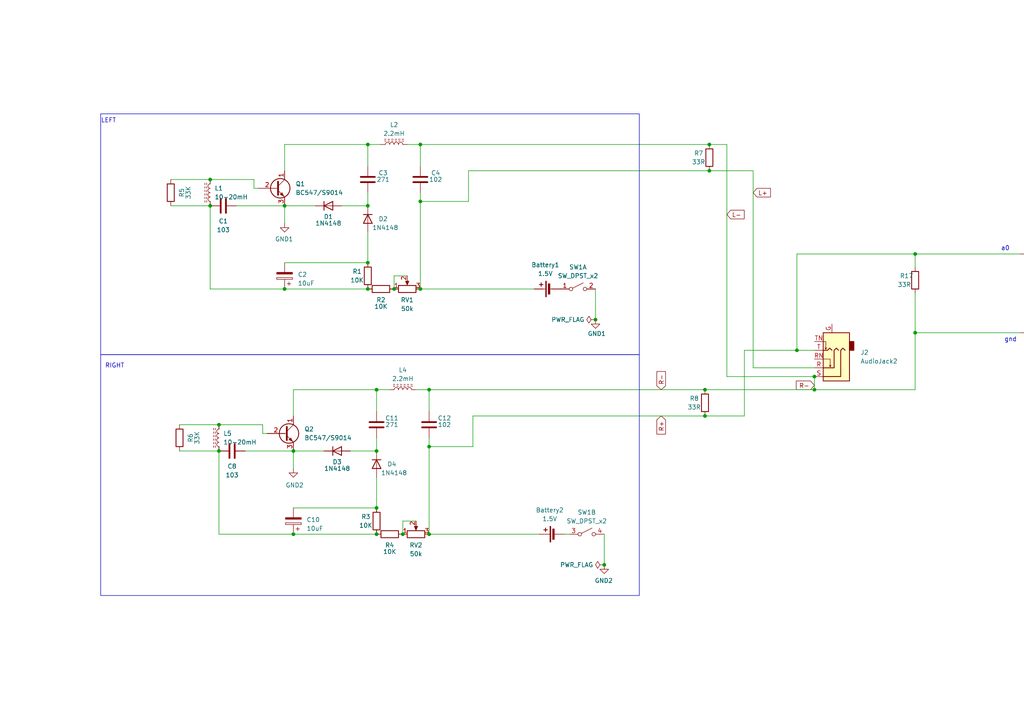
<source format=kicad_sch>
(kicad_sch
	(version 20231120)
	(generator "eeschema")
	(generator_version "8.0")
	(uuid "b6366648-9fec-4168-91d1-0e8832484c0a")
	(paper "A4")
	(lib_symbols
		(symbol "Connector:USB_C_Receptacle_PowerOnly_6P"
			(pin_names
				(offset 1.016)
			)
			(exclude_from_sim no)
			(in_bom yes)
			(on_board yes)
			(property "Reference" "J"
				(at 0 16.51 0)
				(effects
					(font
						(size 1.27 1.27)
					)
					(justify bottom)
				)
			)
			(property "Value" "USB_C_Receptacle_PowerOnly_6P"
				(at 0 13.97 0)
				(effects
					(font
						(size 1.27 1.27)
					)
					(justify bottom)
				)
			)
			(property "Footprint" ""
				(at 3.81 2.54 0)
				(effects
					(font
						(size 1.27 1.27)
					)
					(hide yes)
				)
			)
			(property "Datasheet" "https://www.usb.org/sites/default/files/documents/usb_type-c.zip"
				(at 0 0 0)
				(effects
					(font
						(size 1.27 1.27)
					)
					(hide yes)
				)
			)
			(property "Description" "USB Power-Only 6P Type-C Receptacle connector"
				(at 0 0 0)
				(effects
					(font
						(size 1.27 1.27)
					)
					(hide yes)
				)
			)
			(property "ki_keywords" "usb universal serial bus type-C power-only charging-only 6P 6C"
				(at 0 0 0)
				(effects
					(font
						(size 1.27 1.27)
					)
					(hide yes)
				)
			)
			(property "ki_fp_filters" "USB*C*Receptacle*"
				(at 0 0 0)
				(effects
					(font
						(size 1.27 1.27)
					)
					(hide yes)
				)
			)
			(symbol "USB_C_Receptacle_PowerOnly_6P_0_0"
				(rectangle
					(start -0.254 -12.7)
					(end 0.254 -11.684)
					(stroke
						(width 0)
						(type default)
					)
					(fill
						(type none)
					)
				)
				(rectangle
					(start 10.16 -7.366)
					(end 9.144 -7.874)
					(stroke
						(width 0)
						(type default)
					)
					(fill
						(type none)
					)
				)
				(rectangle
					(start 10.16 -4.826)
					(end 9.144 -5.334)
					(stroke
						(width 0)
						(type default)
					)
					(fill
						(type none)
					)
				)
				(rectangle
					(start 10.16 7.874)
					(end 9.144 7.366)
					(stroke
						(width 0)
						(type default)
					)
					(fill
						(type none)
					)
				)
			)
			(symbol "USB_C_Receptacle_PowerOnly_6P_0_1"
				(rectangle
					(start -10.16 12.7)
					(end 10.16 -12.7)
					(stroke
						(width 0.254)
						(type default)
					)
					(fill
						(type background)
					)
				)
				(arc
					(start -8.89 -1.27)
					(mid -6.985 -3.1667)
					(end -5.08 -1.27)
					(stroke
						(width 0.508)
						(type default)
					)
					(fill
						(type none)
					)
				)
				(arc
					(start -7.62 -1.27)
					(mid -6.985 -1.9023)
					(end -6.35 -1.27)
					(stroke
						(width 0.254)
						(type default)
					)
					(fill
						(type none)
					)
				)
				(arc
					(start -7.62 -1.27)
					(mid -6.985 -1.9023)
					(end -6.35 -1.27)
					(stroke
						(width 0.254)
						(type default)
					)
					(fill
						(type outline)
					)
				)
				(rectangle
					(start -7.62 -1.27)
					(end -6.35 6.35)
					(stroke
						(width 0.254)
						(type default)
					)
					(fill
						(type outline)
					)
				)
				(arc
					(start -6.35 6.35)
					(mid -6.985 6.9823)
					(end -7.62 6.35)
					(stroke
						(width 0.254)
						(type default)
					)
					(fill
						(type none)
					)
				)
				(arc
					(start -6.35 6.35)
					(mid -6.985 6.9823)
					(end -7.62 6.35)
					(stroke
						(width 0.254)
						(type default)
					)
					(fill
						(type outline)
					)
				)
				(arc
					(start -5.08 6.35)
					(mid -6.985 8.2467)
					(end -8.89 6.35)
					(stroke
						(width 0.508)
						(type default)
					)
					(fill
						(type none)
					)
				)
				(circle
					(center -2.54 3.683)
					(radius 0.635)
					(stroke
						(width 0.254)
						(type default)
					)
					(fill
						(type outline)
					)
				)
				(circle
					(center 0 -3.302)
					(radius 1.27)
					(stroke
						(width 0)
						(type default)
					)
					(fill
						(type outline)
					)
				)
				(polyline
					(pts
						(xy -8.89 -1.27) (xy -8.89 6.35)
					)
					(stroke
						(width 0.508)
						(type default)
					)
					(fill
						(type none)
					)
				)
				(polyline
					(pts
						(xy -5.08 6.35) (xy -5.08 -1.27)
					)
					(stroke
						(width 0.508)
						(type default)
					)
					(fill
						(type none)
					)
				)
				(polyline
					(pts
						(xy 0 -3.302) (xy 0 6.858)
					)
					(stroke
						(width 0.508)
						(type default)
					)
					(fill
						(type none)
					)
				)
				(polyline
					(pts
						(xy 0 -0.762) (xy -2.54 1.778) (xy -2.54 3.048)
					)
					(stroke
						(width 0.508)
						(type default)
					)
					(fill
						(type none)
					)
				)
				(polyline
					(pts
						(xy 0 0.508) (xy 2.54 3.048) (xy 2.54 4.318)
					)
					(stroke
						(width 0.508)
						(type default)
					)
					(fill
						(type none)
					)
				)
				(polyline
					(pts
						(xy -1.27 6.858) (xy 0 9.398) (xy 1.27 6.858) (xy -1.27 6.858)
					)
					(stroke
						(width 0.254)
						(type default)
					)
					(fill
						(type outline)
					)
				)
				(rectangle
					(start 1.905 4.318)
					(end 3.175 5.588)
					(stroke
						(width 0.254)
						(type default)
					)
					(fill
						(type outline)
					)
				)
			)
			(symbol "USB_C_Receptacle_PowerOnly_6P_1_1"
				(pin passive line
					(at 0 -17.78 90)
					(length 5.08)
					(name "GND"
						(effects
							(font
								(size 1.27 1.27)
							)
						)
					)
					(number "A12"
						(effects
							(font
								(size 1.27 1.27)
							)
						)
					)
				)
				(pin bidirectional line
					(at 15.24 -5.08 180)
					(length 5.08)
					(name "CC1"
						(effects
							(font
								(size 1.27 1.27)
							)
						)
					)
					(number "A5"
						(effects
							(font
								(size 1.27 1.27)
							)
						)
					)
				)
				(pin passive line
					(at 15.24 7.62 180)
					(length 5.08)
					(name "VBUS"
						(effects
							(font
								(size 1.27 1.27)
							)
						)
					)
					(number "A9"
						(effects
							(font
								(size 1.27 1.27)
							)
						)
					)
				)
				(pin passive line
					(at 0 -17.78 90)
					(length 5.08) hide
					(name "GND"
						(effects
							(font
								(size 1.27 1.27)
							)
						)
					)
					(number "B12"
						(effects
							(font
								(size 1.27 1.27)
							)
						)
					)
				)
				(pin bidirectional line
					(at 15.24 -7.62 180)
					(length 5.08)
					(name "CC2"
						(effects
							(font
								(size 1.27 1.27)
							)
						)
					)
					(number "B5"
						(effects
							(font
								(size 1.27 1.27)
							)
						)
					)
				)
				(pin passive line
					(at 15.24 7.62 180)
					(length 5.08) hide
					(name "VBUS"
						(effects
							(font
								(size 1.27 1.27)
							)
						)
					)
					(number "B9"
						(effects
							(font
								(size 1.27 1.27)
							)
						)
					)
				)
				(pin passive line
					(at -7.62 -17.78 90)
					(length 5.08)
					(name "SHIELD"
						(effects
							(font
								(size 1.27 1.27)
							)
						)
					)
					(number "S1"
						(effects
							(font
								(size 1.27 1.27)
							)
						)
					)
				)
			)
		)
		(symbol "Connector_Audio:AudioJack3_Ground_SwitchTR"
			(exclude_from_sim no)
			(in_bom yes)
			(on_board yes)
			(property "Reference" "J"
				(at 0 8.89 0)
				(effects
					(font
						(size 1.27 1.27)
					)
				)
			)
			(property "Value" "AudioJack3_Ground_SwitchTR"
				(at 0 6.35 0)
				(effects
					(font
						(size 1.27 1.27)
					)
				)
			)
			(property "Footprint" ""
				(at 0 0 0)
				(effects
					(font
						(size 1.27 1.27)
					)
					(hide yes)
				)
			)
			(property "Datasheet" "~"
				(at 0 0 0)
				(effects
					(font
						(size 1.27 1.27)
					)
					(hide yes)
				)
			)
			(property "Description" "Audio Jack, 3 Poles (Stereo / TRS), Grounded Sleeve, Switched TR Poles (Normalling)"
				(at 0 0 0)
				(effects
					(font
						(size 1.27 1.27)
					)
					(hide yes)
				)
			)
			(property "ki_keywords" "audio jack receptacle stereo headphones phones TRS connector"
				(at 0 0 0)
				(effects
					(font
						(size 1.27 1.27)
					)
					(hide yes)
				)
			)
			(property "ki_fp_filters" "Jack*"
				(at 0 0 0)
				(effects
					(font
						(size 1.27 1.27)
					)
					(hide yes)
				)
			)
			(symbol "AudioJack3_Ground_SwitchTR_0_1"
				(rectangle
					(start -5.08 -5.08)
					(end -6.35 -7.62)
					(stroke
						(width 0.254)
						(type default)
					)
					(fill
						(type outline)
					)
				)
				(polyline
					(pts
						(xy 0.508 -0.254) (xy 0.762 -0.762)
					)
					(stroke
						(width 0)
						(type default)
					)
					(fill
						(type none)
					)
				)
				(polyline
					(pts
						(xy 1.778 -5.334) (xy 2.032 -5.842)
					)
					(stroke
						(width 0)
						(type default)
					)
					(fill
						(type none)
					)
				)
				(polyline
					(pts
						(xy 0 -5.08) (xy 0.635 -5.715) (xy 1.27 -5.08) (xy 2.54 -5.08)
					)
					(stroke
						(width 0.254)
						(type default)
					)
					(fill
						(type none)
					)
				)
				(polyline
					(pts
						(xy 2.54 -7.62) (xy 1.778 -7.62) (xy 1.778 -5.334) (xy 1.524 -5.842)
					)
					(stroke
						(width 0)
						(type default)
					)
					(fill
						(type none)
					)
				)
				(polyline
					(pts
						(xy 2.54 -2.54) (xy 0.508 -2.54) (xy 0.508 -0.254) (xy 0.254 -0.762)
					)
					(stroke
						(width 0)
						(type default)
					)
					(fill
						(type none)
					)
				)
				(polyline
					(pts
						(xy -1.905 -5.08) (xy -1.27 -5.715) (xy -0.635 -5.08) (xy -0.635 0) (xy 2.54 0)
					)
					(stroke
						(width 0.254)
						(type default)
					)
					(fill
						(type none)
					)
				)
				(polyline
					(pts
						(xy 2.54 2.54) (xy -2.54 2.54) (xy -2.54 -5.08) (xy -3.175 -5.715) (xy -3.81 -5.08)
					)
					(stroke
						(width 0.254)
						(type default)
					)
					(fill
						(type none)
					)
				)
				(rectangle
					(start 2.54 3.81)
					(end -5.08 -10.16)
					(stroke
						(width 0.254)
						(type default)
					)
					(fill
						(type background)
					)
				)
			)
			(symbol "AudioJack3_Ground_SwitchTR_1_1"
				(pin passive line
					(at 0 -12.7 90)
					(length 2.54)
					(name "~"
						(effects
							(font
								(size 1.27 1.27)
							)
						)
					)
					(number "G"
						(effects
							(font
								(size 1.27 1.27)
							)
						)
					)
				)
				(pin passive line
					(at 5.08 0 180)
					(length 2.54)
					(name "~"
						(effects
							(font
								(size 1.27 1.27)
							)
						)
					)
					(number "R"
						(effects
							(font
								(size 1.27 1.27)
							)
						)
					)
				)
				(pin passive line
					(at 5.08 -2.54 180)
					(length 2.54)
					(name "~"
						(effects
							(font
								(size 1.27 1.27)
							)
						)
					)
					(number "RN"
						(effects
							(font
								(size 1.27 1.27)
							)
						)
					)
				)
				(pin passive line
					(at 5.08 2.54 180)
					(length 2.54)
					(name "~"
						(effects
							(font
								(size 1.27 1.27)
							)
						)
					)
					(number "S"
						(effects
							(font
								(size 1.27 1.27)
							)
						)
					)
				)
				(pin passive line
					(at 5.08 -5.08 180)
					(length 2.54)
					(name "~"
						(effects
							(font
								(size 1.27 1.27)
							)
						)
					)
					(number "T"
						(effects
							(font
								(size 1.27 1.27)
							)
						)
					)
				)
				(pin passive line
					(at 5.08 -7.62 180)
					(length 2.54)
					(name "~"
						(effects
							(font
								(size 1.27 1.27)
							)
						)
					)
					(number "TN"
						(effects
							(font
								(size 1.27 1.27)
							)
						)
					)
				)
			)
		)
		(symbol "Device:Battery_Cell"
			(pin_numbers hide)
			(pin_names
				(offset 0) hide)
			(exclude_from_sim no)
			(in_bom yes)
			(on_board yes)
			(property "Reference" "BT"
				(at 2.54 2.54 0)
				(effects
					(font
						(size 1.27 1.27)
					)
					(justify left)
				)
			)
			(property "Value" "Battery_Cell"
				(at 2.54 0 0)
				(effects
					(font
						(size 1.27 1.27)
					)
					(justify left)
				)
			)
			(property "Footprint" ""
				(at 0 1.524 90)
				(effects
					(font
						(size 1.27 1.27)
					)
					(hide yes)
				)
			)
			(property "Datasheet" "~"
				(at 0 1.524 90)
				(effects
					(font
						(size 1.27 1.27)
					)
					(hide yes)
				)
			)
			(property "Description" "Single-cell battery"
				(at 0 0 0)
				(effects
					(font
						(size 1.27 1.27)
					)
					(hide yes)
				)
			)
			(property "ki_keywords" "battery cell"
				(at 0 0 0)
				(effects
					(font
						(size 1.27 1.27)
					)
					(hide yes)
				)
			)
			(symbol "Battery_Cell_0_1"
				(rectangle
					(start -2.286 1.778)
					(end 2.286 1.524)
					(stroke
						(width 0)
						(type default)
					)
					(fill
						(type outline)
					)
				)
				(rectangle
					(start -1.524 1.016)
					(end 1.524 0.508)
					(stroke
						(width 0)
						(type default)
					)
					(fill
						(type outline)
					)
				)
				(polyline
					(pts
						(xy 0 0.762) (xy 0 0)
					)
					(stroke
						(width 0)
						(type default)
					)
					(fill
						(type none)
					)
				)
				(polyline
					(pts
						(xy 0 1.778) (xy 0 2.54)
					)
					(stroke
						(width 0)
						(type default)
					)
					(fill
						(type none)
					)
				)
				(polyline
					(pts
						(xy 0.762 3.048) (xy 1.778 3.048)
					)
					(stroke
						(width 0.254)
						(type default)
					)
					(fill
						(type none)
					)
				)
				(polyline
					(pts
						(xy 1.27 3.556) (xy 1.27 2.54)
					)
					(stroke
						(width 0.254)
						(type default)
					)
					(fill
						(type none)
					)
				)
			)
			(symbol "Battery_Cell_1_1"
				(pin passive line
					(at 0 5.08 270)
					(length 2.54)
					(name "+"
						(effects
							(font
								(size 1.27 1.27)
							)
						)
					)
					(number "1"
						(effects
							(font
								(size 1.27 1.27)
							)
						)
					)
				)
				(pin passive line
					(at 0 -2.54 90)
					(length 2.54)
					(name "-"
						(effects
							(font
								(size 1.27 1.27)
							)
						)
					)
					(number "2"
						(effects
							(font
								(size 1.27 1.27)
							)
						)
					)
				)
			)
		)
		(symbol "Device:C"
			(pin_numbers hide)
			(pin_names
				(offset 0.254)
			)
			(exclude_from_sim no)
			(in_bom yes)
			(on_board yes)
			(property "Reference" "C"
				(at 0.635 2.54 0)
				(effects
					(font
						(size 1.27 1.27)
					)
					(justify left)
				)
			)
			(property "Value" "C"
				(at 0.635 -2.54 0)
				(effects
					(font
						(size 1.27 1.27)
					)
					(justify left)
				)
			)
			(property "Footprint" ""
				(at 0.9652 -3.81 0)
				(effects
					(font
						(size 1.27 1.27)
					)
					(hide yes)
				)
			)
			(property "Datasheet" "~"
				(at 0 0 0)
				(effects
					(font
						(size 1.27 1.27)
					)
					(hide yes)
				)
			)
			(property "Description" "Unpolarized capacitor"
				(at 0 0 0)
				(effects
					(font
						(size 1.27 1.27)
					)
					(hide yes)
				)
			)
			(property "ki_keywords" "cap capacitor"
				(at 0 0 0)
				(effects
					(font
						(size 1.27 1.27)
					)
					(hide yes)
				)
			)
			(property "ki_fp_filters" "C_*"
				(at 0 0 0)
				(effects
					(font
						(size 1.27 1.27)
					)
					(hide yes)
				)
			)
			(symbol "C_0_1"
				(polyline
					(pts
						(xy -2.032 -0.762) (xy 2.032 -0.762)
					)
					(stroke
						(width 0.508)
						(type default)
					)
					(fill
						(type none)
					)
				)
				(polyline
					(pts
						(xy -2.032 0.762) (xy 2.032 0.762)
					)
					(stroke
						(width 0.508)
						(type default)
					)
					(fill
						(type none)
					)
				)
			)
			(symbol "C_1_1"
				(pin passive line
					(at 0 3.81 270)
					(length 2.794)
					(name "~"
						(effects
							(font
								(size 1.27 1.27)
							)
						)
					)
					(number "1"
						(effects
							(font
								(size 1.27 1.27)
							)
						)
					)
				)
				(pin passive line
					(at 0 -3.81 90)
					(length 2.794)
					(name "~"
						(effects
							(font
								(size 1.27 1.27)
							)
						)
					)
					(number "2"
						(effects
							(font
								(size 1.27 1.27)
							)
						)
					)
				)
			)
		)
		(symbol "Device:C_Polarized"
			(pin_numbers hide)
			(pin_names
				(offset 0.254)
			)
			(exclude_from_sim no)
			(in_bom yes)
			(on_board yes)
			(property "Reference" "C"
				(at 0.635 2.54 0)
				(effects
					(font
						(size 1.27 1.27)
					)
					(justify left)
				)
			)
			(property "Value" "C_Polarized"
				(at 0.635 -2.54 0)
				(effects
					(font
						(size 1.27 1.27)
					)
					(justify left)
				)
			)
			(property "Footprint" ""
				(at 0.9652 -3.81 0)
				(effects
					(font
						(size 1.27 1.27)
					)
					(hide yes)
				)
			)
			(property "Datasheet" "~"
				(at 0 0 0)
				(effects
					(font
						(size 1.27 1.27)
					)
					(hide yes)
				)
			)
			(property "Description" "Polarized capacitor"
				(at 0 0 0)
				(effects
					(font
						(size 1.27 1.27)
					)
					(hide yes)
				)
			)
			(property "ki_keywords" "cap capacitor"
				(at 0 0 0)
				(effects
					(font
						(size 1.27 1.27)
					)
					(hide yes)
				)
			)
			(property "ki_fp_filters" "CP_*"
				(at 0 0 0)
				(effects
					(font
						(size 1.27 1.27)
					)
					(hide yes)
				)
			)
			(symbol "C_Polarized_0_1"
				(rectangle
					(start -2.286 0.508)
					(end 2.286 1.016)
					(stroke
						(width 0)
						(type default)
					)
					(fill
						(type none)
					)
				)
				(polyline
					(pts
						(xy -1.778 2.286) (xy -0.762 2.286)
					)
					(stroke
						(width 0)
						(type default)
					)
					(fill
						(type none)
					)
				)
				(polyline
					(pts
						(xy -1.27 2.794) (xy -1.27 1.778)
					)
					(stroke
						(width 0)
						(type default)
					)
					(fill
						(type none)
					)
				)
				(rectangle
					(start 2.286 -0.508)
					(end -2.286 -1.016)
					(stroke
						(width 0)
						(type default)
					)
					(fill
						(type outline)
					)
				)
			)
			(symbol "C_Polarized_1_1"
				(pin passive line
					(at 0 3.81 270)
					(length 2.794)
					(name "~"
						(effects
							(font
								(size 1.27 1.27)
							)
						)
					)
					(number "1"
						(effects
							(font
								(size 1.27 1.27)
							)
						)
					)
				)
				(pin passive line
					(at 0 -3.81 90)
					(length 2.794)
					(name "~"
						(effects
							(font
								(size 1.27 1.27)
							)
						)
					)
					(number "2"
						(effects
							(font
								(size 1.27 1.27)
							)
						)
					)
				)
			)
		)
		(symbol "Device:LED"
			(pin_numbers hide)
			(pin_names
				(offset 1.016) hide)
			(exclude_from_sim no)
			(in_bom yes)
			(on_board yes)
			(property "Reference" "D"
				(at 0 2.54 0)
				(effects
					(font
						(size 1.27 1.27)
					)
				)
			)
			(property "Value" "LED"
				(at 0 -2.54 0)
				(effects
					(font
						(size 1.27 1.27)
					)
				)
			)
			(property "Footprint" ""
				(at 0 0 0)
				(effects
					(font
						(size 1.27 1.27)
					)
					(hide yes)
				)
			)
			(property "Datasheet" "~"
				(at 0 0 0)
				(effects
					(font
						(size 1.27 1.27)
					)
					(hide yes)
				)
			)
			(property "Description" "Light emitting diode"
				(at 0 0 0)
				(effects
					(font
						(size 1.27 1.27)
					)
					(hide yes)
				)
			)
			(property "ki_keywords" "LED diode"
				(at 0 0 0)
				(effects
					(font
						(size 1.27 1.27)
					)
					(hide yes)
				)
			)
			(property "ki_fp_filters" "LED* LED_SMD:* LED_THT:*"
				(at 0 0 0)
				(effects
					(font
						(size 1.27 1.27)
					)
					(hide yes)
				)
			)
			(symbol "LED_0_1"
				(polyline
					(pts
						(xy -1.27 -1.27) (xy -1.27 1.27)
					)
					(stroke
						(width 0.254)
						(type default)
					)
					(fill
						(type none)
					)
				)
				(polyline
					(pts
						(xy -1.27 0) (xy 1.27 0)
					)
					(stroke
						(width 0)
						(type default)
					)
					(fill
						(type none)
					)
				)
				(polyline
					(pts
						(xy 1.27 -1.27) (xy 1.27 1.27) (xy -1.27 0) (xy 1.27 -1.27)
					)
					(stroke
						(width 0.254)
						(type default)
					)
					(fill
						(type none)
					)
				)
				(polyline
					(pts
						(xy -3.048 -0.762) (xy -4.572 -2.286) (xy -3.81 -2.286) (xy -4.572 -2.286) (xy -4.572 -1.524)
					)
					(stroke
						(width 0)
						(type default)
					)
					(fill
						(type none)
					)
				)
				(polyline
					(pts
						(xy -1.778 -0.762) (xy -3.302 -2.286) (xy -2.54 -2.286) (xy -3.302 -2.286) (xy -3.302 -1.524)
					)
					(stroke
						(width 0)
						(type default)
					)
					(fill
						(type none)
					)
				)
			)
			(symbol "LED_1_1"
				(pin passive line
					(at -3.81 0 0)
					(length 2.54)
					(name "K"
						(effects
							(font
								(size 1.27 1.27)
							)
						)
					)
					(number "1"
						(effects
							(font
								(size 1.27 1.27)
							)
						)
					)
				)
				(pin passive line
					(at 3.81 0 180)
					(length 2.54)
					(name "A"
						(effects
							(font
								(size 1.27 1.27)
							)
						)
					)
					(number "2"
						(effects
							(font
								(size 1.27 1.27)
							)
						)
					)
				)
			)
		)
		(symbol "Device:L_Ferrite"
			(pin_numbers hide)
			(pin_names
				(offset 1.016) hide)
			(exclude_from_sim no)
			(in_bom yes)
			(on_board yes)
			(property "Reference" "L"
				(at -1.27 0 90)
				(effects
					(font
						(size 1.27 1.27)
					)
				)
			)
			(property "Value" "L_Ferrite"
				(at 2.794 0 90)
				(effects
					(font
						(size 1.27 1.27)
					)
				)
			)
			(property "Footprint" ""
				(at 0 0 0)
				(effects
					(font
						(size 1.27 1.27)
					)
					(hide yes)
				)
			)
			(property "Datasheet" "~"
				(at 0 0 0)
				(effects
					(font
						(size 1.27 1.27)
					)
					(hide yes)
				)
			)
			(property "Description" "Inductor with ferrite core"
				(at 0 0 0)
				(effects
					(font
						(size 1.27 1.27)
					)
					(hide yes)
				)
			)
			(property "ki_keywords" "inductor choke coil reactor magnetic"
				(at 0 0 0)
				(effects
					(font
						(size 1.27 1.27)
					)
					(hide yes)
				)
			)
			(property "ki_fp_filters" "Choke_* *Coil* Inductor_* L_*"
				(at 0 0 0)
				(effects
					(font
						(size 1.27 1.27)
					)
					(hide yes)
				)
			)
			(symbol "L_Ferrite_0_1"
				(arc
					(start 0 -2.54)
					(mid 0.6323 -1.905)
					(end 0 -1.27)
					(stroke
						(width 0)
						(type default)
					)
					(fill
						(type none)
					)
				)
				(arc
					(start 0 -1.27)
					(mid 0.6323 -0.635)
					(end 0 0)
					(stroke
						(width 0)
						(type default)
					)
					(fill
						(type none)
					)
				)
				(polyline
					(pts
						(xy 1.016 -2.794) (xy 1.016 -2.286)
					)
					(stroke
						(width 0)
						(type default)
					)
					(fill
						(type none)
					)
				)
				(polyline
					(pts
						(xy 1.016 -1.778) (xy 1.016 -1.27)
					)
					(stroke
						(width 0)
						(type default)
					)
					(fill
						(type none)
					)
				)
				(polyline
					(pts
						(xy 1.016 -0.762) (xy 1.016 -0.254)
					)
					(stroke
						(width 0)
						(type default)
					)
					(fill
						(type none)
					)
				)
				(polyline
					(pts
						(xy 1.016 0.254) (xy 1.016 0.762)
					)
					(stroke
						(width 0)
						(type default)
					)
					(fill
						(type none)
					)
				)
				(polyline
					(pts
						(xy 1.016 1.27) (xy 1.016 1.778)
					)
					(stroke
						(width 0)
						(type default)
					)
					(fill
						(type none)
					)
				)
				(polyline
					(pts
						(xy 1.016 2.286) (xy 1.016 2.794)
					)
					(stroke
						(width 0)
						(type default)
					)
					(fill
						(type none)
					)
				)
				(polyline
					(pts
						(xy 1.524 -2.286) (xy 1.524 -2.794)
					)
					(stroke
						(width 0)
						(type default)
					)
					(fill
						(type none)
					)
				)
				(polyline
					(pts
						(xy 1.524 -1.27) (xy 1.524 -1.778)
					)
					(stroke
						(width 0)
						(type default)
					)
					(fill
						(type none)
					)
				)
				(polyline
					(pts
						(xy 1.524 -0.254) (xy 1.524 -0.762)
					)
					(stroke
						(width 0)
						(type default)
					)
					(fill
						(type none)
					)
				)
				(polyline
					(pts
						(xy 1.524 0.762) (xy 1.524 0.254)
					)
					(stroke
						(width 0)
						(type default)
					)
					(fill
						(type none)
					)
				)
				(polyline
					(pts
						(xy 1.524 1.778) (xy 1.524 1.27)
					)
					(stroke
						(width 0)
						(type default)
					)
					(fill
						(type none)
					)
				)
				(polyline
					(pts
						(xy 1.524 2.794) (xy 1.524 2.286)
					)
					(stroke
						(width 0)
						(type default)
					)
					(fill
						(type none)
					)
				)
				(arc
					(start 0 0)
					(mid 0.6323 0.635)
					(end 0 1.27)
					(stroke
						(width 0)
						(type default)
					)
					(fill
						(type none)
					)
				)
				(arc
					(start 0 1.27)
					(mid 0.6323 1.905)
					(end 0 2.54)
					(stroke
						(width 0)
						(type default)
					)
					(fill
						(type none)
					)
				)
			)
			(symbol "L_Ferrite_1_1"
				(pin passive line
					(at 0 3.81 270)
					(length 1.27)
					(name "1"
						(effects
							(font
								(size 1.27 1.27)
							)
						)
					)
					(number "1"
						(effects
							(font
								(size 1.27 1.27)
							)
						)
					)
				)
				(pin passive line
					(at 0 -3.81 90)
					(length 1.27)
					(name "2"
						(effects
							(font
								(size 1.27 1.27)
							)
						)
					)
					(number "2"
						(effects
							(font
								(size 1.27 1.27)
							)
						)
					)
				)
			)
		)
		(symbol "Device:R"
			(pin_numbers hide)
			(pin_names
				(offset 0)
			)
			(exclude_from_sim no)
			(in_bom yes)
			(on_board yes)
			(property "Reference" "R"
				(at 2.032 0 90)
				(effects
					(font
						(size 1.27 1.27)
					)
				)
			)
			(property "Value" "R"
				(at 0 0 90)
				(effects
					(font
						(size 1.27 1.27)
					)
				)
			)
			(property "Footprint" ""
				(at -1.778 0 90)
				(effects
					(font
						(size 1.27 1.27)
					)
					(hide yes)
				)
			)
			(property "Datasheet" "~"
				(at 0 0 0)
				(effects
					(font
						(size 1.27 1.27)
					)
					(hide yes)
				)
			)
			(property "Description" "Resistor"
				(at 0 0 0)
				(effects
					(font
						(size 1.27 1.27)
					)
					(hide yes)
				)
			)
			(property "ki_keywords" "R res resistor"
				(at 0 0 0)
				(effects
					(font
						(size 1.27 1.27)
					)
					(hide yes)
				)
			)
			(property "ki_fp_filters" "R_*"
				(at 0 0 0)
				(effects
					(font
						(size 1.27 1.27)
					)
					(hide yes)
				)
			)
			(symbol "R_0_1"
				(rectangle
					(start -1.016 -2.54)
					(end 1.016 2.54)
					(stroke
						(width 0.254)
						(type default)
					)
					(fill
						(type none)
					)
				)
			)
			(symbol "R_1_1"
				(pin passive line
					(at 0 3.81 270)
					(length 1.27)
					(name "~"
						(effects
							(font
								(size 1.27 1.27)
							)
						)
					)
					(number "1"
						(effects
							(font
								(size 1.27 1.27)
							)
						)
					)
				)
				(pin passive line
					(at 0 -3.81 90)
					(length 1.27)
					(name "~"
						(effects
							(font
								(size 1.27 1.27)
							)
						)
					)
					(number "2"
						(effects
							(font
								(size 1.27 1.27)
							)
						)
					)
				)
			)
		)
		(symbol "Device:R_Potentiometer"
			(pin_names
				(offset 1.016) hide)
			(exclude_from_sim no)
			(in_bom yes)
			(on_board yes)
			(property "Reference" "RV"
				(at -4.445 0 90)
				(effects
					(font
						(size 1.27 1.27)
					)
				)
			)
			(property "Value" "R_Potentiometer"
				(at -2.54 0 90)
				(effects
					(font
						(size 1.27 1.27)
					)
				)
			)
			(property "Footprint" ""
				(at 0 0 0)
				(effects
					(font
						(size 1.27 1.27)
					)
					(hide yes)
				)
			)
			(property "Datasheet" "~"
				(at 0 0 0)
				(effects
					(font
						(size 1.27 1.27)
					)
					(hide yes)
				)
			)
			(property "Description" "Potentiometer"
				(at 0 0 0)
				(effects
					(font
						(size 1.27 1.27)
					)
					(hide yes)
				)
			)
			(property "ki_keywords" "resistor variable"
				(at 0 0 0)
				(effects
					(font
						(size 1.27 1.27)
					)
					(hide yes)
				)
			)
			(property "ki_fp_filters" "Potentiometer*"
				(at 0 0 0)
				(effects
					(font
						(size 1.27 1.27)
					)
					(hide yes)
				)
			)
			(symbol "R_Potentiometer_0_1"
				(polyline
					(pts
						(xy 2.54 0) (xy 1.524 0)
					)
					(stroke
						(width 0)
						(type default)
					)
					(fill
						(type none)
					)
				)
				(polyline
					(pts
						(xy 1.143 0) (xy 2.286 0.508) (xy 2.286 -0.508) (xy 1.143 0)
					)
					(stroke
						(width 0)
						(type default)
					)
					(fill
						(type outline)
					)
				)
				(rectangle
					(start 1.016 2.54)
					(end -1.016 -2.54)
					(stroke
						(width 0.254)
						(type default)
					)
					(fill
						(type none)
					)
				)
			)
			(symbol "R_Potentiometer_1_1"
				(pin passive line
					(at 0 3.81 270)
					(length 1.27)
					(name "1"
						(effects
							(font
								(size 1.27 1.27)
							)
						)
					)
					(number "1"
						(effects
							(font
								(size 1.27 1.27)
							)
						)
					)
				)
				(pin passive line
					(at 3.81 0 180)
					(length 1.27)
					(name "2"
						(effects
							(font
								(size 1.27 1.27)
							)
						)
					)
					(number "2"
						(effects
							(font
								(size 1.27 1.27)
							)
						)
					)
				)
				(pin passive line
					(at 0 -3.81 90)
					(length 1.27)
					(name "3"
						(effects
							(font
								(size 1.27 1.27)
							)
						)
					)
					(number "3"
						(effects
							(font
								(size 1.27 1.27)
							)
						)
					)
				)
			)
		)
		(symbol "Diode:1N4148"
			(pin_numbers hide)
			(pin_names hide)
			(exclude_from_sim no)
			(in_bom yes)
			(on_board yes)
			(property "Reference" "D"
				(at 0 2.54 0)
				(effects
					(font
						(size 1.27 1.27)
					)
				)
			)
			(property "Value" "1N4148"
				(at 0 -2.54 0)
				(effects
					(font
						(size 1.27 1.27)
					)
				)
			)
			(property "Footprint" "Diode_THT:D_DO-35_SOD27_P7.62mm_Horizontal"
				(at 0 0 0)
				(effects
					(font
						(size 1.27 1.27)
					)
					(hide yes)
				)
			)
			(property "Datasheet" "https://assets.nexperia.com/documents/data-sheet/1N4148_1N4448.pdf"
				(at 0 0 0)
				(effects
					(font
						(size 1.27 1.27)
					)
					(hide yes)
				)
			)
			(property "Description" "100V 0.15A standard switching diode, DO-35"
				(at 0 0 0)
				(effects
					(font
						(size 1.27 1.27)
					)
					(hide yes)
				)
			)
			(property "Sim.Device" "D"
				(at 0 0 0)
				(effects
					(font
						(size 1.27 1.27)
					)
					(hide yes)
				)
			)
			(property "Sim.Pins" "1=K 2=A"
				(at 0 0 0)
				(effects
					(font
						(size 1.27 1.27)
					)
					(hide yes)
				)
			)
			(property "ki_keywords" "diode"
				(at 0 0 0)
				(effects
					(font
						(size 1.27 1.27)
					)
					(hide yes)
				)
			)
			(property "ki_fp_filters" "D*DO?35*"
				(at 0 0 0)
				(effects
					(font
						(size 1.27 1.27)
					)
					(hide yes)
				)
			)
			(symbol "1N4148_0_1"
				(polyline
					(pts
						(xy -1.27 1.27) (xy -1.27 -1.27)
					)
					(stroke
						(width 0.254)
						(type default)
					)
					(fill
						(type none)
					)
				)
				(polyline
					(pts
						(xy 1.27 0) (xy -1.27 0)
					)
					(stroke
						(width 0)
						(type default)
					)
					(fill
						(type none)
					)
				)
				(polyline
					(pts
						(xy 1.27 1.27) (xy 1.27 -1.27) (xy -1.27 0) (xy 1.27 1.27)
					)
					(stroke
						(width 0.254)
						(type default)
					)
					(fill
						(type none)
					)
				)
			)
			(symbol "1N4148_1_1"
				(pin passive line
					(at -3.81 0 0)
					(length 2.54)
					(name "K"
						(effects
							(font
								(size 1.27 1.27)
							)
						)
					)
					(number "1"
						(effects
							(font
								(size 1.27 1.27)
							)
						)
					)
				)
				(pin passive line
					(at 3.81 0 180)
					(length 2.54)
					(name "A"
						(effects
							(font
								(size 1.27 1.27)
							)
						)
					)
					(number "2"
						(effects
							(font
								(size 1.27 1.27)
							)
						)
					)
				)
			)
		)
		(symbol "RF_Module:ESP-12F"
			(exclude_from_sim no)
			(in_bom yes)
			(on_board yes)
			(property "Reference" "U"
				(at -12.7 19.05 0)
				(effects
					(font
						(size 1.27 1.27)
					)
					(justify left)
				)
			)
			(property "Value" "ESP-12F"
				(at 12.7 19.05 0)
				(effects
					(font
						(size 1.27 1.27)
					)
					(justify right)
				)
			)
			(property "Footprint" "RF_Module:ESP-12E"
				(at 0 0 0)
				(effects
					(font
						(size 1.27 1.27)
					)
					(hide yes)
				)
			)
			(property "Datasheet" "http://wiki.ai-thinker.com/_media/esp8266/esp8266_series_modules_user_manual_v1.1.pdf"
				(at -8.89 2.54 0)
				(effects
					(font
						(size 1.27 1.27)
					)
					(hide yes)
				)
			)
			(property "Description" "802.11 b/g/n Wi-Fi Module"
				(at 0 0 0)
				(effects
					(font
						(size 1.27 1.27)
					)
					(hide yes)
				)
			)
			(property "ki_keywords" "802.11 Wi-Fi"
				(at 0 0 0)
				(effects
					(font
						(size 1.27 1.27)
					)
					(hide yes)
				)
			)
			(property "ki_fp_filters" "ESP?12*"
				(at 0 0 0)
				(effects
					(font
						(size 1.27 1.27)
					)
					(hide yes)
				)
			)
			(symbol "ESP-12F_0_1"
				(rectangle
					(start -12.7 17.78)
					(end 12.7 -15.24)
					(stroke
						(width 0.254)
						(type default)
					)
					(fill
						(type background)
					)
				)
			)
			(symbol "ESP-12F_1_1"
				(pin input line
					(at -15.24 15.24 0)
					(length 2.54)
					(name "~{RST}"
						(effects
							(font
								(size 1.27 1.27)
							)
						)
					)
					(number "1"
						(effects
							(font
								(size 1.27 1.27)
							)
						)
					)
				)
				(pin bidirectional line
					(at -15.24 -2.54 0)
					(length 2.54)
					(name "MISO"
						(effects
							(font
								(size 1.27 1.27)
							)
						)
					)
					(number "10"
						(effects
							(font
								(size 1.27 1.27)
							)
						)
					)
				)
				(pin bidirectional line
					(at -15.24 -5.08 0)
					(length 2.54)
					(name "GPIO9"
						(effects
							(font
								(size 1.27 1.27)
							)
						)
					)
					(number "11"
						(effects
							(font
								(size 1.27 1.27)
							)
						)
					)
				)
				(pin bidirectional line
					(at -15.24 -7.62 0)
					(length 2.54)
					(name "GPIO10"
						(effects
							(font
								(size 1.27 1.27)
							)
						)
					)
					(number "12"
						(effects
							(font
								(size 1.27 1.27)
							)
						)
					)
				)
				(pin bidirectional line
					(at -15.24 -10.16 0)
					(length 2.54)
					(name "MOSI"
						(effects
							(font
								(size 1.27 1.27)
							)
						)
					)
					(number "13"
						(effects
							(font
								(size 1.27 1.27)
							)
						)
					)
				)
				(pin bidirectional line
					(at -15.24 -12.7 0)
					(length 2.54)
					(name "SCLK"
						(effects
							(font
								(size 1.27 1.27)
							)
						)
					)
					(number "14"
						(effects
							(font
								(size 1.27 1.27)
							)
						)
					)
				)
				(pin power_in line
					(at 0 -17.78 90)
					(length 2.54)
					(name "GND"
						(effects
							(font
								(size 1.27 1.27)
							)
						)
					)
					(number "15"
						(effects
							(font
								(size 1.27 1.27)
							)
						)
					)
				)
				(pin bidirectional line
					(at 15.24 -7.62 180)
					(length 2.54)
					(name "GPIO15"
						(effects
							(font
								(size 1.27 1.27)
							)
						)
					)
					(number "16"
						(effects
							(font
								(size 1.27 1.27)
							)
						)
					)
				)
				(pin bidirectional line
					(at 15.24 10.16 180)
					(length 2.54)
					(name "GPIO2"
						(effects
							(font
								(size 1.27 1.27)
							)
						)
					)
					(number "17"
						(effects
							(font
								(size 1.27 1.27)
							)
						)
					)
				)
				(pin bidirectional line
					(at 15.24 15.24 180)
					(length 2.54)
					(name "GPIO0"
						(effects
							(font
								(size 1.27 1.27)
							)
						)
					)
					(number "18"
						(effects
							(font
								(size 1.27 1.27)
							)
						)
					)
				)
				(pin bidirectional line
					(at 15.24 5.08 180)
					(length 2.54)
					(name "GPIO4"
						(effects
							(font
								(size 1.27 1.27)
							)
						)
					)
					(number "19"
						(effects
							(font
								(size 1.27 1.27)
							)
						)
					)
				)
				(pin input line
					(at -15.24 5.08 0)
					(length 2.54)
					(name "ADC"
						(effects
							(font
								(size 1.27 1.27)
							)
						)
					)
					(number "2"
						(effects
							(font
								(size 1.27 1.27)
							)
						)
					)
				)
				(pin bidirectional line
					(at 15.24 2.54 180)
					(length 2.54)
					(name "GPIO5"
						(effects
							(font
								(size 1.27 1.27)
							)
						)
					)
					(number "20"
						(effects
							(font
								(size 1.27 1.27)
							)
						)
					)
				)
				(pin bidirectional line
					(at 15.24 7.62 180)
					(length 2.54)
					(name "GPIO3/RXD"
						(effects
							(font
								(size 1.27 1.27)
							)
						)
					)
					(number "21"
						(effects
							(font
								(size 1.27 1.27)
							)
						)
					)
				)
				(pin bidirectional line
					(at 15.24 12.7 180)
					(length 2.54)
					(name "GPIO1/TXD"
						(effects
							(font
								(size 1.27 1.27)
							)
						)
					)
					(number "22"
						(effects
							(font
								(size 1.27 1.27)
							)
						)
					)
				)
				(pin input line
					(at -15.24 10.16 0)
					(length 2.54)
					(name "EN"
						(effects
							(font
								(size 1.27 1.27)
							)
						)
					)
					(number "3"
						(effects
							(font
								(size 1.27 1.27)
							)
						)
					)
				)
				(pin bidirectional line
					(at 15.24 -10.16 180)
					(length 2.54)
					(name "GPIO16"
						(effects
							(font
								(size 1.27 1.27)
							)
						)
					)
					(number "4"
						(effects
							(font
								(size 1.27 1.27)
							)
						)
					)
				)
				(pin bidirectional line
					(at 15.24 -5.08 180)
					(length 2.54)
					(name "GPIO14"
						(effects
							(font
								(size 1.27 1.27)
							)
						)
					)
					(number "5"
						(effects
							(font
								(size 1.27 1.27)
							)
						)
					)
				)
				(pin bidirectional line
					(at 15.24 0 180)
					(length 2.54)
					(name "GPIO12"
						(effects
							(font
								(size 1.27 1.27)
							)
						)
					)
					(number "6"
						(effects
							(font
								(size 1.27 1.27)
							)
						)
					)
				)
				(pin bidirectional line
					(at 15.24 -2.54 180)
					(length 2.54)
					(name "GPIO13"
						(effects
							(font
								(size 1.27 1.27)
							)
						)
					)
					(number "7"
						(effects
							(font
								(size 1.27 1.27)
							)
						)
					)
				)
				(pin power_in line
					(at 0 20.32 270)
					(length 2.54)
					(name "VCC"
						(effects
							(font
								(size 1.27 1.27)
							)
						)
					)
					(number "8"
						(effects
							(font
								(size 1.27 1.27)
							)
						)
					)
				)
				(pin input line
					(at -15.24 0 0)
					(length 2.54)
					(name "CS0"
						(effects
							(font
								(size 1.27 1.27)
							)
						)
					)
					(number "9"
						(effects
							(font
								(size 1.27 1.27)
							)
						)
					)
				)
			)
		)
		(symbol "Regulator_Linear:LM1117MP-3.3"
			(exclude_from_sim no)
			(in_bom yes)
			(on_board yes)
			(property "Reference" "U"
				(at -3.81 3.175 0)
				(effects
					(font
						(size 1.27 1.27)
					)
				)
			)
			(property "Value" "LM1117MP-3.3"
				(at 0 3.175 0)
				(effects
					(font
						(size 1.27 1.27)
					)
					(justify left)
				)
			)
			(property "Footprint" "Package_TO_SOT_SMD:SOT-223-3_TabPin2"
				(at 0 0 0)
				(effects
					(font
						(size 1.27 1.27)
					)
					(hide yes)
				)
			)
			(property "Datasheet" "http://www.ti.com/lit/ds/symlink/lm1117.pdf"
				(at 0 0 0)
				(effects
					(font
						(size 1.27 1.27)
					)
					(hide yes)
				)
			)
			(property "Description" "800mA Low-Dropout Linear Regulator, 3.3V fixed output, SOT-223"
				(at 0 0 0)
				(effects
					(font
						(size 1.27 1.27)
					)
					(hide yes)
				)
			)
			(property "ki_keywords" "linear regulator ldo fixed positive"
				(at 0 0 0)
				(effects
					(font
						(size 1.27 1.27)
					)
					(hide yes)
				)
			)
			(property "ki_fp_filters" "SOT?223*"
				(at 0 0 0)
				(effects
					(font
						(size 1.27 1.27)
					)
					(hide yes)
				)
			)
			(symbol "LM1117MP-3.3_0_1"
				(rectangle
					(start -5.08 -5.08)
					(end 5.08 1.905)
					(stroke
						(width 0.254)
						(type default)
					)
					(fill
						(type background)
					)
				)
			)
			(symbol "LM1117MP-3.3_1_1"
				(pin power_in line
					(at 0 -7.62 90)
					(length 2.54)
					(name "GND"
						(effects
							(font
								(size 1.27 1.27)
							)
						)
					)
					(number "1"
						(effects
							(font
								(size 1.27 1.27)
							)
						)
					)
				)
				(pin power_out line
					(at 7.62 0 180)
					(length 2.54)
					(name "VO"
						(effects
							(font
								(size 1.27 1.27)
							)
						)
					)
					(number "2"
						(effects
							(font
								(size 1.27 1.27)
							)
						)
					)
				)
				(pin power_in line
					(at -7.62 0 0)
					(length 2.54)
					(name "VI"
						(effects
							(font
								(size 1.27 1.27)
							)
						)
					)
					(number "3"
						(effects
							(font
								(size 1.27 1.27)
							)
						)
					)
				)
			)
		)
		(symbol "Switch:SW_DPST_x2"
			(pin_names
				(offset 0) hide)
			(exclude_from_sim no)
			(in_bom yes)
			(on_board yes)
			(property "Reference" "SW"
				(at 0 3.175 0)
				(effects
					(font
						(size 1.27 1.27)
					)
				)
			)
			(property "Value" "SW_DPST_x2"
				(at 0 -2.54 0)
				(effects
					(font
						(size 1.27 1.27)
					)
				)
			)
			(property "Footprint" ""
				(at 0 0 0)
				(effects
					(font
						(size 1.27 1.27)
					)
					(hide yes)
				)
			)
			(property "Datasheet" "~"
				(at 0 0 0)
				(effects
					(font
						(size 1.27 1.27)
					)
					(hide yes)
				)
			)
			(property "Description" "Single Pole Single Throw (SPST) switch, separate symbol"
				(at 0 0 0)
				(effects
					(font
						(size 1.27 1.27)
					)
					(hide yes)
				)
			)
			(property "ki_keywords" "switch lever"
				(at 0 0 0)
				(effects
					(font
						(size 1.27 1.27)
					)
					(hide yes)
				)
			)
			(symbol "SW_DPST_x2_0_0"
				(circle
					(center -2.032 0)
					(radius 0.508)
					(stroke
						(width 0)
						(type default)
					)
					(fill
						(type none)
					)
				)
				(polyline
					(pts
						(xy -1.524 0.254) (xy 1.524 1.778)
					)
					(stroke
						(width 0)
						(type default)
					)
					(fill
						(type none)
					)
				)
				(circle
					(center 2.032 0)
					(radius 0.508)
					(stroke
						(width 0)
						(type default)
					)
					(fill
						(type none)
					)
				)
			)
			(symbol "SW_DPST_x2_1_1"
				(pin passive line
					(at -5.08 0 0)
					(length 2.54)
					(name "A"
						(effects
							(font
								(size 1.27 1.27)
							)
						)
					)
					(number "1"
						(effects
							(font
								(size 1.27 1.27)
							)
						)
					)
				)
				(pin passive line
					(at 5.08 0 180)
					(length 2.54)
					(name "B"
						(effects
							(font
								(size 1.27 1.27)
							)
						)
					)
					(number "2"
						(effects
							(font
								(size 1.27 1.27)
							)
						)
					)
				)
			)
			(symbol "SW_DPST_x2_2_1"
				(pin passive line
					(at -5.08 0 0)
					(length 2.54)
					(name "A"
						(effects
							(font
								(size 1.27 1.27)
							)
						)
					)
					(number "3"
						(effects
							(font
								(size 1.27 1.27)
							)
						)
					)
				)
				(pin passive line
					(at 5.08 0 180)
					(length 2.54)
					(name "B"
						(effects
							(font
								(size 1.27 1.27)
							)
						)
					)
					(number "4"
						(effects
							(font
								(size 1.27 1.27)
							)
						)
					)
				)
			)
		)
		(symbol "Transistor_BJT:BC547"
			(pin_names
				(offset 0) hide)
			(exclude_from_sim no)
			(in_bom yes)
			(on_board yes)
			(property "Reference" "Q"
				(at 5.08 1.905 0)
				(effects
					(font
						(size 1.27 1.27)
					)
					(justify left)
				)
			)
			(property "Value" "BC547"
				(at 5.08 0 0)
				(effects
					(font
						(size 1.27 1.27)
					)
					(justify left)
				)
			)
			(property "Footprint" "Package_TO_SOT_THT:TO-92_Inline"
				(at 5.08 -1.905 0)
				(effects
					(font
						(size 1.27 1.27)
						(italic yes)
					)
					(justify left)
					(hide yes)
				)
			)
			(property "Datasheet" "https://www.onsemi.com/pub/Collateral/BC550-D.pdf"
				(at 0 0 0)
				(effects
					(font
						(size 1.27 1.27)
					)
					(justify left)
					(hide yes)
				)
			)
			(property "Description" "0.1A Ic, 45V Vce, Small Signal NPN Transistor, TO-92"
				(at 0 0 0)
				(effects
					(font
						(size 1.27 1.27)
					)
					(hide yes)
				)
			)
			(property "ki_keywords" "NPN Transistor"
				(at 0 0 0)
				(effects
					(font
						(size 1.27 1.27)
					)
					(hide yes)
				)
			)
			(property "ki_fp_filters" "TO?92*"
				(at 0 0 0)
				(effects
					(font
						(size 1.27 1.27)
					)
					(hide yes)
				)
			)
			(symbol "BC547_0_1"
				(polyline
					(pts
						(xy 0 0) (xy 0.635 0)
					)
					(stroke
						(width 0)
						(type default)
					)
					(fill
						(type none)
					)
				)
				(polyline
					(pts
						(xy 0.635 0.635) (xy 2.54 2.54)
					)
					(stroke
						(width 0)
						(type default)
					)
					(fill
						(type none)
					)
				)
				(polyline
					(pts
						(xy 0.635 -0.635) (xy 2.54 -2.54) (xy 2.54 -2.54)
					)
					(stroke
						(width 0)
						(type default)
					)
					(fill
						(type none)
					)
				)
				(polyline
					(pts
						(xy 0.635 1.905) (xy 0.635 -1.905) (xy 0.635 -1.905)
					)
					(stroke
						(width 0.508)
						(type default)
					)
					(fill
						(type none)
					)
				)
				(polyline
					(pts
						(xy 1.27 -1.778) (xy 1.778 -1.27) (xy 2.286 -2.286) (xy 1.27 -1.778) (xy 1.27 -1.778)
					)
					(stroke
						(width 0)
						(type default)
					)
					(fill
						(type outline)
					)
				)
				(circle
					(center 1.27 0)
					(radius 2.8194)
					(stroke
						(width 0.254)
						(type default)
					)
					(fill
						(type none)
					)
				)
			)
			(symbol "BC547_1_1"
				(pin passive line
					(at 2.54 5.08 270)
					(length 2.54)
					(name "C"
						(effects
							(font
								(size 1.27 1.27)
							)
						)
					)
					(number "1"
						(effects
							(font
								(size 1.27 1.27)
							)
						)
					)
				)
				(pin input line
					(at -5.08 0 0)
					(length 5.08)
					(name "B"
						(effects
							(font
								(size 1.27 1.27)
							)
						)
					)
					(number "2"
						(effects
							(font
								(size 1.27 1.27)
							)
						)
					)
				)
				(pin passive line
					(at 2.54 -5.08 90)
					(length 2.54)
					(name "E"
						(effects
							(font
								(size 1.27 1.27)
							)
						)
					)
					(number "3"
						(effects
							(font
								(size 1.27 1.27)
							)
						)
					)
				)
			)
		)
		(symbol "power:GND"
			(power)
			(pin_names
				(offset 0)
			)
			(exclude_from_sim no)
			(in_bom yes)
			(on_board yes)
			(property "Reference" "#PWR"
				(at 0 -6.35 0)
				(effects
					(font
						(size 1.27 1.27)
					)
					(hide yes)
				)
			)
			(property "Value" "GND"
				(at 0 -3.81 0)
				(effects
					(font
						(size 1.27 1.27)
					)
				)
			)
			(property "Footprint" ""
				(at 0 0 0)
				(effects
					(font
						(size 1.27 1.27)
					)
					(hide yes)
				)
			)
			(property "Datasheet" ""
				(at 0 0 0)
				(effects
					(font
						(size 1.27 1.27)
					)
					(hide yes)
				)
			)
			(property "Description" "Power symbol creates a global label with name \"GND\" , ground"
				(at 0 0 0)
				(effects
					(font
						(size 1.27 1.27)
					)
					(hide yes)
				)
			)
			(property "ki_keywords" "global power"
				(at 0 0 0)
				(effects
					(font
						(size 1.27 1.27)
					)
					(hide yes)
				)
			)
			(symbol "GND_0_1"
				(polyline
					(pts
						(xy 0 0) (xy 0 -1.27) (xy 1.27 -1.27) (xy 0 -2.54) (xy -1.27 -1.27) (xy 0 -1.27)
					)
					(stroke
						(width 0)
						(type default)
					)
					(fill
						(type none)
					)
				)
			)
			(symbol "GND_1_1"
				(pin power_in line
					(at 0 0 270)
					(length 0) hide
					(name "GND"
						(effects
							(font
								(size 1.27 1.27)
							)
						)
					)
					(number "1"
						(effects
							(font
								(size 1.27 1.27)
							)
						)
					)
				)
			)
		)
		(symbol "power:PWR_FLAG"
			(power)
			(pin_numbers hide)
			(pin_names
				(offset 0) hide)
			(exclude_from_sim no)
			(in_bom yes)
			(on_board yes)
			(property "Reference" "#FLG"
				(at 0 1.905 0)
				(effects
					(font
						(size 1.27 1.27)
					)
					(hide yes)
				)
			)
			(property "Value" "PWR_FLAG"
				(at 0 3.81 0)
				(effects
					(font
						(size 1.27 1.27)
					)
				)
			)
			(property "Footprint" ""
				(at 0 0 0)
				(effects
					(font
						(size 1.27 1.27)
					)
					(hide yes)
				)
			)
			(property "Datasheet" "~"
				(at 0 0 0)
				(effects
					(font
						(size 1.27 1.27)
					)
					(hide yes)
				)
			)
			(property "Description" "Special symbol for telling ERC where power comes from"
				(at 0 0 0)
				(effects
					(font
						(size 1.27 1.27)
					)
					(hide yes)
				)
			)
			(property "ki_keywords" "flag power"
				(at 0 0 0)
				(effects
					(font
						(size 1.27 1.27)
					)
					(hide yes)
				)
			)
			(symbol "PWR_FLAG_0_0"
				(pin power_out line
					(at 0 0 90)
					(length 0)
					(name "pwr"
						(effects
							(font
								(size 1.27 1.27)
							)
						)
					)
					(number "1"
						(effects
							(font
								(size 1.27 1.27)
							)
						)
					)
				)
			)
			(symbol "PWR_FLAG_0_1"
				(polyline
					(pts
						(xy 0 0) (xy 0 1.27) (xy -1.016 1.905) (xy 0 2.54) (xy 1.016 1.905) (xy 0 1.27)
					)
					(stroke
						(width 0)
						(type default)
					)
					(fill
						(type none)
					)
				)
			)
		)
	)
	(junction
		(at 204.47 120.65)
		(diameter 0)
		(color 0 0 0 0)
		(uuid "01b695c7-fc5e-41a8-b0ec-dcecc511852d")
	)
	(junction
		(at 349.25 93.98)
		(diameter 0)
		(color 0 0 0 0)
		(uuid "02b80afc-12e3-4105-8522-6f61bd47db6e")
	)
	(junction
		(at 349.25 86.36)
		(diameter 0)
		(color 0 0 0 0)
		(uuid "05ad519e-311a-463c-888b-5bd2ad7b9acf")
	)
	(junction
		(at 231.14 101.6)
		(diameter 0)
		(color 0 0 0 0)
		(uuid "0c37946d-8800-45dd-82a9-bd26a447d313")
	)
	(junction
		(at 236.22 109.22)
		(diameter 0)
		(color 0 0 0 0)
		(uuid "14951431-bcb9-4ce7-b459-ae951c8ba31c")
	)
	(junction
		(at 106.68 76.2)
		(diameter 0)
		(color 0 0 0 0)
		(uuid "19b1677b-5777-4586-8c97-21cbd1554c7f")
	)
	(junction
		(at 106.68 41.91)
		(diameter 0)
		(color 0 0 0 0)
		(uuid "1b177b11-107b-483f-ad7a-d0c09ed367d7")
	)
	(junction
		(at 372.11 54.61)
		(diameter 0)
		(color 0 0 0 0)
		(uuid "2300d90f-d9ca-4022-8abb-df8594d05458")
	)
	(junction
		(at 372.11 33.02)
		(diameter 0)
		(color 0 0 0 0)
		(uuid "27bb1fc7-250b-4bd4-b3ea-aaa10cc4ced2")
	)
	(junction
		(at 311.15 68.58)
		(diameter 0)
		(color 0 0 0 0)
		(uuid "3007ce93-5c59-4c6f-8cb2-6c3b97851c46")
	)
	(junction
		(at 372.11 22.86)
		(diameter 0)
		(color 0 0 0 0)
		(uuid "310ff5a0-b8f9-45f8-aea1-184e738cb9f4")
	)
	(junction
		(at 109.22 113.03)
		(diameter 0)
		(color 0 0 0 0)
		(uuid "439be128-213d-4f2d-a455-dc639831cc9d")
	)
	(junction
		(at 116.84 154.94)
		(diameter 0)
		(color 0 0 0 0)
		(uuid "4e32b08a-dde6-4c5b-8034-c29a132bfa6e")
	)
	(junction
		(at 205.74 41.91)
		(diameter 0)
		(color 0 0 0 0)
		(uuid "4e70ae5a-66ad-4599-b275-b0152e9d84a4")
	)
	(junction
		(at 172.72 92.71)
		(diameter 0)
		(color 0 0 0 0)
		(uuid "5f2c1f32-d11c-45d4-98be-1dfe32ed7090")
	)
	(junction
		(at 106.68 83.82)
		(diameter 0)
		(color 0 0 0 0)
		(uuid "66a2fb07-38f8-4d86-86d1-35d3ddb334f9")
	)
	(junction
		(at 85.09 154.94)
		(diameter 0)
		(color 0 0 0 0)
		(uuid "6d853143-36ab-482f-97cc-d01c415c7c85")
	)
	(junction
		(at 60.96 52.07)
		(diameter 0)
		(color 0 0 0 0)
		(uuid "7187a20f-ad1a-407e-bdc3-acfae21e66a0")
	)
	(junction
		(at 124.46 154.94)
		(diameter 0)
		(color 0 0 0 0)
		(uuid "7524ac90-ebac-4fb9-9e34-63cd2a2f7b75")
	)
	(junction
		(at 114.3 83.82)
		(diameter 0)
		(color 0 0 0 0)
		(uuid "7c4a2791-e4e7-42ea-b7fb-8ed038fa4d36")
	)
	(junction
		(at 204.47 113.03)
		(diameter 0)
		(color 0 0 0 0)
		(uuid "82dcf638-39e6-482d-9b85-026cd6101c71")
	)
	(junction
		(at 236.22 113.03)
		(diameter 0)
		(color 0 0 0 0)
		(uuid "85c9ac66-b57d-4e5f-906d-3ee72c701715")
	)
	(junction
		(at 265.43 96.52)
		(diameter 0)
		(color 0 0 0 0)
		(uuid "864ae5f7-2670-4044-b684-250e807a3aa0")
	)
	(junction
		(at 63.5 123.19)
		(diameter 0)
		(color 0 0 0 0)
		(uuid "8a1fc0c0-ec4c-4c77-9890-bd870f30cd31")
	)
	(junction
		(at 205.74 49.53)
		(diameter 0)
		(color 0 0 0 0)
		(uuid "8ad91440-eb17-4c21-9734-12658e9ddf65")
	)
	(junction
		(at 121.92 58.42)
		(diameter 0)
		(color 0 0 0 0)
		(uuid "8ecf0bff-ed67-49b8-9d3a-2d48a792a155")
	)
	(junction
		(at 106.68 59.69)
		(diameter 0)
		(color 0 0 0 0)
		(uuid "8fc128cb-e1b2-4c74-b22a-a988ea21abbf")
	)
	(junction
		(at 109.22 154.94)
		(diameter 0)
		(color 0 0 0 0)
		(uuid "904df321-59c4-4263-bfb9-1ea5d71581c9")
	)
	(junction
		(at 85.09 130.81)
		(diameter 0)
		(color 0 0 0 0)
		(uuid "aad77fcf-69cc-4360-be0a-2cba3cf33d5b")
	)
	(junction
		(at 372.11 83.82)
		(diameter 0)
		(color 0 0 0 0)
		(uuid "ad55b5de-ef0c-458b-a140-e9c6c1265b12")
	)
	(junction
		(at 121.92 41.91)
		(diameter 0)
		(color 0 0 0 0)
		(uuid "ae047a25-47e9-4cd8-9ef3-7b43df410dbe")
	)
	(junction
		(at 328.93 96.52)
		(diameter 0)
		(color 0 0 0 0)
		(uuid "bda33792-e03c-4814-af57-0f68a393816c")
	)
	(junction
		(at 109.22 147.32)
		(diameter 0)
		(color 0 0 0 0)
		(uuid "c377e741-9175-4c86-9e08-579ff9bb5409")
	)
	(junction
		(at 82.55 59.69)
		(diameter 0)
		(color 0 0 0 0)
		(uuid "c46970a8-79fb-4b05-ae15-487e8356e2d8")
	)
	(junction
		(at 82.55 83.82)
		(diameter 0)
		(color 0 0 0 0)
		(uuid "c70ac2d5-6ab3-429e-9037-e9f6c8c46ec1")
	)
	(junction
		(at 175.26 163.83)
		(diameter 0)
		(color 0 0 0 0)
		(uuid "cb264523-f669-4b98-992c-d30bb8b6e011")
	)
	(junction
		(at 124.46 129.54)
		(diameter 0)
		(color 0 0 0 0)
		(uuid "cbc8ee55-9440-4a31-b630-54a2526a2dea")
	)
	(junction
		(at 121.92 83.82)
		(diameter 0)
		(color 0 0 0 0)
		(uuid "d3e6f533-7175-4e46-b2e4-e864e56b5f1e")
	)
	(junction
		(at 372.11 64.77)
		(diameter 0)
		(color 0 0 0 0)
		(uuid "d4133ffa-9e82-428f-9cb2-8b6abca66b59")
	)
	(junction
		(at 60.96 59.69)
		(diameter 0)
		(color 0 0 0 0)
		(uuid "d834ba8e-12de-4a85-bf79-0a09f0b280e4")
	)
	(junction
		(at 63.5 130.81)
		(diameter 0)
		(color 0 0 0 0)
		(uuid "da6adb90-ed55-424d-b9e1-cc2cb95d8b07")
	)
	(junction
		(at 109.22 130.81)
		(diameter 0)
		(color 0 0 0 0)
		(uuid "dcdd1128-c212-4691-a883-56016c541715")
	)
	(junction
		(at 265.43 73.66)
		(diameter 0)
		(color 0 0 0 0)
		(uuid "e34169b0-e42f-4e03-91af-4d7d4dcf1d01")
	)
	(junction
		(at 349.25 96.52)
		(diameter 0)
		(color 0 0 0 0)
		(uuid "e59a0bc7-7e97-4044-909a-42f22726c082")
	)
	(junction
		(at 124.46 113.03)
		(diameter 0)
		(color 0 0 0 0)
		(uuid "ebc3ce09-6165-4795-917e-81c498f2c6d7")
	)
	(junction
		(at 372.11 44.45)
		(diameter 0)
		(color 0 0 0 0)
		(uuid "f87e0777-6e58-4bef-ac9f-e436380ed063")
	)
	(no_connect
		(at 379.73 83.82)
		(uuid "aab13a0f-e5dc-4124-af30-16e95a4dd372")
	)
	(wire
		(pts
			(xy 85.09 113.03) (xy 109.22 113.03)
		)
		(stroke
			(width 0)
			(type default)
		)
		(uuid "04f71257-55a5-4088-813d-2dd8d3e395ca")
	)
	(wire
		(pts
			(xy 135.89 58.42) (xy 135.89 49.53)
		)
		(stroke
			(width 0)
			(type default)
		)
		(uuid "05604798-babc-4b6f-9aaa-b3d7677ce88c")
	)
	(wire
		(pts
			(xy 372.11 22.86) (xy 370.84 22.86)
		)
		(stroke
			(width 0)
			(type default)
		)
		(uuid "06f54107-1919-4136-a358-5bf8abc5d6b5")
	)
	(wire
		(pts
			(xy 372.11 22.86) (xy 372.11 33.02)
		)
		(stroke
			(width 0)
			(type default)
		)
		(uuid "0cded649-d166-485a-aa74-c3a968999eb6")
	)
	(wire
		(pts
			(xy 353.06 44.45) (xy 353.06 78.74)
		)
		(stroke
			(width 0)
			(type default)
		)
		(uuid "0cedf92a-6b06-4b71-9aad-6ec904508203")
	)
	(wire
		(pts
			(xy 85.09 130.81) (xy 85.09 135.89)
		)
		(stroke
			(width 0)
			(type default)
		)
		(uuid "0f0f213a-ae22-4469-b75d-4fc536f5d28c")
	)
	(wire
		(pts
			(xy 124.46 129.54) (xy 137.16 129.54)
		)
		(stroke
			(width 0)
			(type default)
		)
		(uuid "12163306-8aac-4485-a555-63613a92a5f3")
	)
	(wire
		(pts
			(xy 60.96 83.82) (xy 82.55 83.82)
		)
		(stroke
			(width 0)
			(type default)
		)
		(uuid "146e2119-33c3-4676-9677-032de238e443")
	)
	(wire
		(pts
			(xy 121.92 41.91) (xy 121.92 48.26)
		)
		(stroke
			(width 0)
			(type default)
		)
		(uuid "15427fae-d7ea-4a2e-b957-60156293b4f5")
	)
	(wire
		(pts
			(xy 265.43 73.66) (xy 265.43 77.47)
		)
		(stroke
			(width 0)
			(type default)
		)
		(uuid "1560d5a3-ccc4-41fc-9732-ee6ade936457")
	)
	(wire
		(pts
			(xy 121.92 55.88) (xy 121.92 58.42)
		)
		(stroke
			(width 0)
			(type default)
		)
		(uuid "1ed37070-efad-4555-b7ee-0fb8a20ccc7f")
	)
	(wire
		(pts
			(xy 353.06 44.45) (xy 355.6 44.45)
		)
		(stroke
			(width 0)
			(type default)
		)
		(uuid "202d93a6-9c73-4e85-a1ab-619e4207c7bb")
	)
	(wire
		(pts
			(xy 265.43 73.66) (xy 231.14 73.66)
		)
		(stroke
			(width 0)
			(type default)
		)
		(uuid "207a649c-0d15-4d30-ad8a-79a2f8320652")
	)
	(wire
		(pts
			(xy 52.07 130.81) (xy 63.5 130.81)
		)
		(stroke
			(width 0)
			(type default)
		)
		(uuid "22d0c560-064e-4fa7-8c13-7e04f7e740b4")
	)
	(wire
		(pts
			(xy 205.74 49.53) (xy 218.44 49.53)
		)
		(stroke
			(width 0)
			(type default)
		)
		(uuid "25258a90-5371-435c-9faf-e26df8412bcd")
	)
	(wire
		(pts
			(xy 265.43 85.09) (xy 265.43 96.52)
		)
		(stroke
			(width 0)
			(type default)
		)
		(uuid "2b9331a3-cc51-4c6f-bd85-0d37e23d30b9")
	)
	(wire
		(pts
			(xy 52.07 123.19) (xy 63.5 123.19)
		)
		(stroke
			(width 0)
			(type default)
		)
		(uuid "30f02b37-fe96-4fe5-9391-5e8ef80a5895")
	)
	(wire
		(pts
			(xy 204.47 113.03) (xy 236.22 113.03)
		)
		(stroke
			(width 0)
			(type default)
		)
		(uuid "373741bd-6296-4051-859a-e92588c17d29")
	)
	(wire
		(pts
			(xy 205.74 41.91) (xy 210.82 41.91)
		)
		(stroke
			(width 0)
			(type default)
		)
		(uuid "392d9952-ae99-402a-af2b-20e03e0ff60a")
	)
	(wire
		(pts
			(xy 121.92 58.42) (xy 135.89 58.42)
		)
		(stroke
			(width 0)
			(type default)
		)
		(uuid "394ff7b3-e665-48eb-aa3d-ae919fe049c7")
	)
	(wire
		(pts
			(xy 210.82 109.22) (xy 236.22 109.22)
		)
		(stroke
			(width 0)
			(type default)
		)
		(uuid "3c607552-d67c-4b85-ac10-ada087581447")
	)
	(wire
		(pts
			(xy 63.5 154.94) (xy 85.09 154.94)
		)
		(stroke
			(width 0)
			(type default)
		)
		(uuid "3c984445-e648-4384-a3ce-9ba2515af03c")
	)
	(wire
		(pts
			(xy 124.46 127) (xy 124.46 129.54)
		)
		(stroke
			(width 0)
			(type default)
		)
		(uuid "3d940ef5-76ba-4ee7-996d-102c26324852")
	)
	(wire
		(pts
			(xy 109.22 130.81) (xy 109.22 127)
		)
		(stroke
			(width 0)
			(type default)
		)
		(uuid "3fff65cc-865f-4e82-9c15-8140241865a3")
	)
	(wire
		(pts
			(xy 344.17 12.7) (xy 344.17 63.5)
		)
		(stroke
			(width 0)
			(type default)
		)
		(uuid "4041a926-9c0c-466e-80ef-8573f189846c")
	)
	(wire
		(pts
			(xy 121.92 83.82) (xy 154.94 83.82)
		)
		(stroke
			(width 0)
			(type default)
		)
		(uuid "4302d97c-94d3-46f9-8b1f-c47e91b413bb")
	)
	(wire
		(pts
			(xy 328.93 55.88) (xy 311.15 55.88)
		)
		(stroke
			(width 0)
			(type default)
		)
		(uuid "4443b884-0177-4854-936f-ce4325b38456")
	)
	(wire
		(pts
			(xy 354.33 54.61) (xy 354.33 81.28)
		)
		(stroke
			(width 0)
			(type default)
		)
		(uuid "4581ed35-4e8c-4c21-bd7c-dba7365b603f")
	)
	(wire
		(pts
			(xy 236.22 113.03) (xy 265.43 113.03)
		)
		(stroke
			(width 0)
			(type default)
		)
		(uuid "47a70af4-3cca-4462-96f3-27de28951253")
	)
	(wire
		(pts
			(xy 347.98 22.86) (xy 347.98 73.66)
		)
		(stroke
			(width 0)
			(type default)
		)
		(uuid "47bfc5c8-69d0-49b4-a448-3553296b565b")
	)
	(wire
		(pts
			(xy 347.98 73.66) (xy 344.17 73.66)
		)
		(stroke
			(width 0)
			(type default)
		)
		(uuid "493e62a7-e8ca-4ac7-b571-30ff4dd9131d")
	)
	(wire
		(pts
			(xy 109.22 113.03) (xy 109.22 119.38)
		)
		(stroke
			(width 0)
			(type default)
		)
		(uuid "4a2c6e9a-3af8-4d01-895e-87a16015cb66")
	)
	(wire
		(pts
			(xy 135.89 49.53) (xy 205.74 49.53)
		)
		(stroke
			(width 0)
			(type default)
		)
		(uuid "4c5489eb-b3fd-4388-827b-0cece4541b60")
	)
	(wire
		(pts
			(xy 215.9 120.65) (xy 215.9 101.6)
		)
		(stroke
			(width 0)
			(type default)
		)
		(uuid "4ff55774-e9a7-486a-a94a-8e353bd4b6af")
	)
	(wire
		(pts
			(xy 336.55 111.76) (xy 356.87 111.76)
		)
		(stroke
			(width 0)
			(type default)
		)
		(uuid "536c9d42-da9c-4c4a-9ee6-a7e4fcd774a9")
	)
	(wire
		(pts
			(xy 49.53 59.69) (xy 60.96 59.69)
		)
		(stroke
			(width 0)
			(type default)
		)
		(uuid "5632c8e3-e8db-4840-8a7a-a6b49e515033")
	)
	(wire
		(pts
			(xy 321.31 111.76) (xy 311.15 111.76)
		)
		(stroke
			(width 0)
			(type default)
		)
		(uuid "60423edb-6376-4463-9f8c-dc73fb6571af")
	)
	(wire
		(pts
			(xy 82.55 59.69) (xy 91.44 59.69)
		)
		(stroke
			(width 0)
			(type default)
		)
		(uuid "616b4c64-8059-44be-b7d2-92844c3546e8")
	)
	(wire
		(pts
			(xy 165.1 154.94) (xy 163.83 154.94)
		)
		(stroke
			(width 0)
			(type default)
		)
		(uuid "6209cf94-70b9-4687-97d0-55344b0e4a41")
	)
	(wire
		(pts
			(xy 120.65 151.13) (xy 116.84 151.13)
		)
		(stroke
			(width 0)
			(type default)
		)
		(uuid "64b61c22-f998-4694-89f7-2973d6b5b09b")
	)
	(wire
		(pts
			(xy 231.14 101.6) (xy 236.22 101.6)
		)
		(stroke
			(width 0)
			(type default)
		)
		(uuid "64c5403d-cd4f-4128-bf56-14ddfe4d385e")
	)
	(wire
		(pts
			(xy 355.6 33.02) (xy 350.52 33.02)
		)
		(stroke
			(width 0)
			(type default)
		)
		(uuid "65953802-05ff-4e72-bad9-856a9b598b83")
	)
	(wire
		(pts
			(xy 372.11 44.45) (xy 372.11 54.61)
		)
		(stroke
			(width 0)
			(type default)
		)
		(uuid "65b84349-84bf-4875-9f67-44b50b6ca80b")
	)
	(wire
		(pts
			(xy 71.12 130.81) (xy 85.09 130.81)
		)
		(stroke
			(width 0)
			(type default)
		)
		(uuid "6728bd05-5093-42a1-a62f-dae23a5b2809")
	)
	(wire
		(pts
			(xy 82.55 41.91) (xy 82.55 49.53)
		)
		(stroke
			(width 0)
			(type default)
		)
		(uuid "674f5272-1442-4d69-a3da-d3c1dfbcab0d")
	)
	(wire
		(pts
			(xy 73.66 54.61) (xy 73.66 52.07)
		)
		(stroke
			(width 0)
			(type default)
		)
		(uuid "68451fd2-3c7e-4114-bf8b-b0be7bf71de5")
	)
	(wire
		(pts
			(xy 106.68 41.91) (xy 110.49 41.91)
		)
		(stroke
			(width 0)
			(type default)
		)
		(uuid "68f88d0a-8de5-4cf0-b64b-40c229c2da40")
	)
	(wire
		(pts
			(xy 349.25 83.82) (xy 349.25 86.36)
		)
		(stroke
			(width 0)
			(type default)
		)
		(uuid "6a658ab4-dc08-4ef2-b4c4-4cb5cc65bbbc")
	)
	(wire
		(pts
			(xy 85.09 113.03) (xy 85.09 120.65)
		)
		(stroke
			(width 0)
			(type default)
		)
		(uuid "6dce7a83-b1bf-4b8a-8e3c-e66d4b53121e")
	)
	(wire
		(pts
			(xy 372.11 12.7) (xy 370.84 12.7)
		)
		(stroke
			(width 0)
			(type default)
		)
		(uuid "75abccb3-270c-4850-8cd9-6e9869f14118")
	)
	(wire
		(pts
			(xy 77.47 125.73) (xy 76.2 125.73)
		)
		(stroke
			(width 0)
			(type default)
		)
		(uuid "78af853a-baed-4d38-8f4c-5c5253292014")
	)
	(wire
		(pts
			(xy 372.11 33.02) (xy 370.84 33.02)
		)
		(stroke
			(width 0)
			(type default)
		)
		(uuid "799f0852-8dcd-4036-a432-9e70e63dbbd5")
	)
	(wire
		(pts
			(xy 124.46 129.54) (xy 124.46 154.94)
		)
		(stroke
			(width 0)
			(type default)
		)
		(uuid "7af52c02-38f9-4e47-a159-0f1fab641651")
	)
	(wire
		(pts
			(xy 60.96 59.69) (xy 60.96 83.82)
		)
		(stroke
			(width 0)
			(type default)
		)
		(uuid "7dd4b829-6151-48d6-9710-5b5961f722ff")
	)
	(wire
		(pts
			(xy 109.22 113.03) (xy 113.03 113.03)
		)
		(stroke
			(width 0)
			(type default)
		)
		(uuid "7f20f4b3-82b8-4e70-89f3-73d1f6873b59")
	)
	(wire
		(pts
			(xy 350.52 76.2) (xy 344.17 76.2)
		)
		(stroke
			(width 0)
			(type default)
		)
		(uuid "7f916619-f72a-4718-9a7c-ba69c37ec454")
	)
	(wire
		(pts
			(xy 372.11 12.7) (xy 372.11 22.86)
		)
		(stroke
			(width 0)
			(type default)
		)
		(uuid "80f612c7-796a-4b08-84e9-8f1b6d05fec3")
	)
	(wire
		(pts
			(xy 82.55 41.91) (xy 106.68 41.91)
		)
		(stroke
			(width 0)
			(type default)
		)
		(uuid "813840b7-77f1-4094-b894-da1689a77d6f")
	)
	(wire
		(pts
			(xy 311.15 111.76) (xy 311.15 68.58)
		)
		(stroke
			(width 0)
			(type default)
		)
		(uuid "83bd430c-4b64-4bce-a238-2d7e6f81820e")
	)
	(wire
		(pts
			(xy 68.58 59.69) (xy 82.55 59.69)
		)
		(stroke
			(width 0)
			(type default)
		)
		(uuid "840de54a-6479-4b8c-85c9-333af2c5657a")
	)
	(wire
		(pts
			(xy 204.47 120.65) (xy 215.9 120.65)
		)
		(stroke
			(width 0)
			(type default)
		)
		(uuid "8738c194-aa05-4146-8cf6-1cd9ba476134")
	)
	(wire
		(pts
			(xy 231.14 73.66) (xy 231.14 101.6)
		)
		(stroke
			(width 0)
			(type default)
		)
		(uuid "87b74dc0-9839-43ad-958e-ab17ef24e064")
	)
	(wire
		(pts
			(xy 311.15 68.58) (xy 313.69 68.58)
		)
		(stroke
			(width 0)
			(type default)
		)
		(uuid "8814cae0-ccda-473c-9ffd-85b14a854284")
	)
	(wire
		(pts
			(xy 328.93 96.52) (xy 303.53 96.52)
		)
		(stroke
			(width 0)
			(type default)
		)
		(uuid "8818eddf-65f7-4f33-9502-6def60030dde")
	)
	(wire
		(pts
			(xy 74.93 54.61) (xy 73.66 54.61)
		)
		(stroke
			(width 0)
			(type default)
		)
		(uuid "8b8cc990-f495-4557-92b2-7fac0428b633")
	)
	(wire
		(pts
			(xy 353.06 78.74) (xy 344.17 78.74)
		)
		(stroke
			(width 0)
			(type default)
		)
		(uuid "8cd37133-75ab-4bcc-b293-bed59021ac3c")
	)
	(wire
		(pts
			(xy 356.87 111.76) (xy 356.87 109.22)
		)
		(stroke
			(width 0)
			(type default)
		)
		(uuid "8ce6c31a-4387-4712-a3d9-f0543f424421")
	)
	(wire
		(pts
			(xy 63.5 130.81) (xy 63.5 154.94)
		)
		(stroke
			(width 0)
			(type default)
		)
		(uuid "8ced2684-64a3-4367-a0ce-1d7532186849")
	)
	(wire
		(pts
			(xy 347.98 22.86) (xy 355.6 22.86)
		)
		(stroke
			(width 0)
			(type default)
		)
		(uuid "8dc9c4f5-9cc3-42eb-a967-d79fa47b4c05")
	)
	(wire
		(pts
			(xy 124.46 113.03) (xy 204.47 113.03)
		)
		(stroke
			(width 0)
			(type default)
		)
		(uuid "9005f9b1-c777-4c5f-b9bf-7571d3a3249a")
	)
	(wire
		(pts
			(xy 85.09 154.94) (xy 109.22 154.94)
		)
		(stroke
			(width 0)
			(type default)
		)
		(uuid "90929a05-6bbf-4be4-b1d3-0daa29149fef")
	)
	(wire
		(pts
			(xy 121.92 58.42) (xy 121.92 83.82)
		)
		(stroke
			(width 0)
			(type default)
		)
		(uuid "910d3668-ef30-49ff-9fcb-1c9ba13e6d76")
	)
	(wire
		(pts
			(xy 344.17 12.7) (xy 355.6 12.7)
		)
		(stroke
			(width 0)
			(type default)
		)
		(uuid "94dfed4f-e8a5-44fb-b4e0-3d75bc761a83")
	)
	(wire
		(pts
			(xy 63.5 123.19) (xy 76.2 123.19)
		)
		(stroke
			(width 0)
			(type default)
		)
		(uuid "95ac50a9-901f-4cf8-9852-9eda5e74efe1")
	)
	(wire
		(pts
			(xy 311.15 55.88) (xy 311.15 68.58)
		)
		(stroke
			(width 0)
			(type default)
		)
		(uuid "976b666a-7b01-471a-99ff-6801bc6de374")
	)
	(wire
		(pts
			(xy 109.22 138.43) (xy 109.22 147.32)
		)
		(stroke
			(width 0)
			(type default)
		)
		(uuid "9e2f8699-b4a2-4ddb-b8ad-2052926f7953")
	)
	(wire
		(pts
			(xy 85.09 130.81) (xy 93.98 130.81)
		)
		(stroke
			(width 0)
			(type default)
		)
		(uuid "9e8d6457-bc2a-4ec2-b68e-84b5abb04da6")
	)
	(wire
		(pts
			(xy 265.43 96.52) (xy 265.43 113.03)
		)
		(stroke
			(width 0)
			(type default)
		)
		(uuid "9f64c4a5-fa5a-4b6d-a7e5-54dcb55e1266")
	)
	(wire
		(pts
			(xy 121.92 41.91) (xy 205.74 41.91)
		)
		(stroke
			(width 0)
			(type default)
		)
		(uuid "9fcb0d66-a00e-4978-8db4-216460a946e4")
	)
	(wire
		(pts
			(xy 350.52 33.02) (xy 350.52 76.2)
		)
		(stroke
			(width 0)
			(type default)
		)
		(uuid "a1ba1f57-fcd0-49f6-a5af-82cf3ca42700")
	)
	(wire
		(pts
			(xy 118.11 80.01) (xy 114.3 80.01)
		)
		(stroke
			(width 0)
			(type default)
		)
		(uuid "a3dc8ce7-1208-404b-ad58-ea2395d00dbc")
	)
	(wire
		(pts
			(xy 124.46 154.94) (xy 156.21 154.94)
		)
		(stroke
			(width 0)
			(type default)
		)
		(uuid "a54b9d7d-a974-4c3a-95a9-f7671d64ff22")
	)
	(wire
		(pts
			(xy 218.44 49.53) (xy 218.44 106.68)
		)
		(stroke
			(width 0)
			(type default)
		)
		(uuid "a5ec2368-002a-41b2-9893-244d82663c44")
	)
	(wire
		(pts
			(xy 372.11 54.61) (xy 370.84 54.61)
		)
		(stroke
			(width 0)
			(type default)
		)
		(uuid "a66cb244-3e03-473d-9fcd-b2aac652398c")
	)
	(wire
		(pts
			(xy 372.11 44.45) (xy 370.84 44.45)
		)
		(stroke
			(width 0)
			(type default)
		)
		(uuid "a77a77ba-c631-4856-8b56-fd6eea4e965c")
	)
	(wire
		(pts
			(xy 354.33 54.61) (xy 355.6 54.61)
		)
		(stroke
			(width 0)
			(type default)
		)
		(uuid "a8a9bc00-55e4-4371-9a94-d9c4b0bc9e2a")
	)
	(wire
		(pts
			(xy 328.93 96.52) (xy 349.25 96.52)
		)
		(stroke
			(width 0)
			(type default)
		)
		(uuid "a9ad386c-a839-4245-9295-e02c6c33d701")
	)
	(wire
		(pts
			(xy 109.22 147.32) (xy 85.09 147.32)
		)
		(stroke
			(width 0)
			(type default)
		)
		(uuid "aa619ccc-bc16-4c27-b0ae-478702182132")
	)
	(wire
		(pts
			(xy 303.53 73.66) (xy 313.69 73.66)
		)
		(stroke
			(width 0)
			(type default)
		)
		(uuid "acb9156d-b810-46a7-9bd9-01b7e868efcf")
	)
	(wire
		(pts
			(xy 120.65 113.03) (xy 124.46 113.03)
		)
		(stroke
			(width 0)
			(type default)
		)
		(uuid "ae69b359-9b98-435a-9497-ca25a030ee2f")
	)
	(wire
		(pts
			(xy 349.25 93.98) (xy 349.25 86.36)
		)
		(stroke
			(width 0)
			(type default)
		)
		(uuid "ae9a3c9e-d3a3-4461-9ae7-843597141347")
	)
	(wire
		(pts
			(xy 172.72 83.82) (xy 172.72 92.71)
		)
		(stroke
			(width 0)
			(type default)
		)
		(uuid "b0474371-ad4c-466c-bc93-52064118e2ce")
	)
	(wire
		(pts
			(xy 82.55 83.82) (xy 106.68 83.82)
		)
		(stroke
			(width 0)
			(type default)
		)
		(uuid "b093ee34-03c5-404a-a476-5730066fbce6")
	)
	(wire
		(pts
			(xy 372.11 83.82) (xy 372.11 64.77)
		)
		(stroke
			(width 0)
			(type default)
		)
		(uuid "b0b9a469-bc44-4dcb-b820-d0f6edea2802")
	)
	(wire
		(pts
			(xy 114.3 80.01) (xy 114.3 83.82)
		)
		(stroke
			(width 0)
			(type default)
		)
		(uuid "b1aaec5e-f984-4898-b79a-5fc048820f63")
	)
	(wire
		(pts
			(xy 372.11 54.61) (xy 372.11 64.77)
		)
		(stroke
			(width 0)
			(type default)
		)
		(uuid "b34a7951-ee50-45e7-a53b-1d28d68a74ef")
	)
	(wire
		(pts
			(xy 236.22 113.03) (xy 236.22 109.22)
		)
		(stroke
			(width 0)
			(type default)
		)
		(uuid "b59796f2-1c7d-46ba-b825-c897de248b7a")
	)
	(wire
		(pts
			(xy 124.46 113.03) (xy 124.46 119.38)
		)
		(stroke
			(width 0)
			(type default)
		)
		(uuid "b6c55178-1370-4abd-b521-6ee7b5196c6e")
	)
	(wire
		(pts
			(xy 328.93 58.42) (xy 328.93 55.88)
		)
		(stroke
			(width 0)
			(type default)
		)
		(uuid "b918145c-3f62-4ae0-a6ef-60dcdac56e4b")
	)
	(wire
		(pts
			(xy 106.68 67.31) (xy 106.68 76.2)
		)
		(stroke
			(width 0)
			(type default)
		)
		(uuid "b9804655-0d61-4160-932b-d4888869670c")
	)
	(wire
		(pts
			(xy 355.6 88.9) (xy 355.6 64.77)
		)
		(stroke
			(width 0)
			(type default)
		)
		(uuid "b9a5b1ea-8c71-407c-86d9-67c389fcac78")
	)
	(wire
		(pts
			(xy 344.17 88.9) (xy 355.6 88.9)
		)
		(stroke
			(width 0)
			(type default)
		)
		(uuid "ba7111d2-7dc7-4157-9160-386bf4e3af52")
	)
	(wire
		(pts
			(xy 116.84 151.13) (xy 116.84 154.94)
		)
		(stroke
			(width 0)
			(type default)
		)
		(uuid "bed99dc6-b785-4dc3-9be0-95d26a425942")
	)
	(wire
		(pts
			(xy 372.11 64.77) (xy 370.84 64.77)
		)
		(stroke
			(width 0)
			(type default)
		)
		(uuid "c5dd5549-7c39-496d-8e00-5e2e1babc560")
	)
	(wire
		(pts
			(xy 106.68 41.91) (xy 106.68 48.26)
		)
		(stroke
			(width 0)
			(type default)
		)
		(uuid "c83ce49c-13f8-487a-8750-288919cb8172")
	)
	(wire
		(pts
			(xy 372.11 83.82) (xy 349.25 83.82)
		)
		(stroke
			(width 0)
			(type default)
		)
		(uuid "c9d361d1-523e-489f-a114-f01ccf2981a6")
	)
	(wire
		(pts
			(xy 349.25 86.36) (xy 344.17 86.36)
		)
		(stroke
			(width 0)
			(type default)
		)
		(uuid "cd37d328-9661-4d63-949e-30ea92f581a9")
	)
	(wire
		(pts
			(xy 99.06 59.69) (xy 106.68 59.69)
		)
		(stroke
			(width 0)
			(type default)
		)
		(uuid "cf5a2ca1-c5ba-4a03-a2bb-47f1386cf6f6")
	)
	(wire
		(pts
			(xy 101.6 130.81) (xy 109.22 130.81)
		)
		(stroke
			(width 0)
			(type default)
		)
		(uuid "d22cfdf3-f114-4592-8524-d3ba0efff530")
	)
	(wire
		(pts
			(xy 137.16 120.65) (xy 204.47 120.65)
		)
		(stroke
			(width 0)
			(type default)
		)
		(uuid "d25a2e93-dbc0-4f3f-a322-138594224da1")
	)
	(wire
		(pts
			(xy 76.2 125.73) (xy 76.2 123.19)
		)
		(stroke
			(width 0)
			(type default)
		)
		(uuid "d39f6d50-6195-4ae6-b0b2-55201c5a081e")
	)
	(wire
		(pts
			(xy 265.43 96.52) (xy 295.91 96.52)
		)
		(stroke
			(width 0)
			(type default)
		)
		(uuid "d7872c81-6157-4920-b9be-7b3241825677")
	)
	(wire
		(pts
			(xy 215.9 101.6) (xy 231.14 101.6)
		)
		(stroke
			(width 0)
			(type default)
		)
		(uuid "db218b51-97cf-475e-96cf-509c77ccf692")
	)
	(wire
		(pts
			(xy 218.44 106.68) (xy 236.22 106.68)
		)
		(stroke
			(width 0)
			(type default)
		)
		(uuid "dcb46d65-af5d-48d0-bc79-9647f6b28563")
	)
	(wire
		(pts
			(xy 60.96 52.07) (xy 73.66 52.07)
		)
		(stroke
			(width 0)
			(type default)
		)
		(uuid "dce46432-8fd3-41eb-8b6d-4b4ec23ec4f7")
	)
	(wire
		(pts
			(xy 106.68 76.2) (xy 82.55 76.2)
		)
		(stroke
			(width 0)
			(type default)
		)
		(uuid "dfaaed9f-4ca6-4f4f-8df7-313c5f28d084")
	)
	(wire
		(pts
			(xy 265.43 73.66) (xy 295.91 73.66)
		)
		(stroke
			(width 0)
			(type default)
		)
		(uuid "e4f8b5ba-a439-4fc5-8832-2871339c86fd")
	)
	(wire
		(pts
			(xy 344.17 81.28) (xy 354.33 81.28)
		)
		(stroke
			(width 0)
			(type default)
		)
		(uuid "e9235287-07b4-457b-8a9b-b8ca004590b2")
	)
	(wire
		(pts
			(xy 372.11 33.02) (xy 372.11 44.45)
		)
		(stroke
			(width 0)
			(type default)
		)
		(uuid "ea9b98c3-bdc9-4f0e-be1d-19271fe288ae")
	)
	(wire
		(pts
			(xy 328.93 96.52) (xy 328.93 104.14)
		)
		(stroke
			(width 0)
			(type default)
		)
		(uuid "edf91f09-ddda-4eb5-8a72-9ad9482065d2")
	)
	(wire
		(pts
			(xy 349.25 96.52) (xy 349.25 93.98)
		)
		(stroke
			(width 0)
			(type default)
		)
		(uuid "eef76ae9-1f97-4aa2-b3a6-78f370d96ecd")
	)
	(wire
		(pts
			(xy 118.11 41.91) (xy 121.92 41.91)
		)
		(stroke
			(width 0)
			(type default)
		)
		(uuid "f0af7ca8-d3e7-40da-9f92-2bde045d1479")
	)
	(wire
		(pts
			(xy 210.82 41.91) (xy 210.82 109.22)
		)
		(stroke
			(width 0)
			(type default)
		)
		(uuid "f102252e-7c89-4ab2-90f6-8b6efba7a100")
	)
	(wire
		(pts
			(xy 175.26 154.94) (xy 175.26 163.83)
		)
		(stroke
			(width 0)
			(type default)
		)
		(uuid "f2acc5f0-54bf-4cde-9cfe-2472bfffaeb6")
	)
	(wire
		(pts
			(xy 49.53 52.07) (xy 60.96 52.07)
		)
		(stroke
			(width 0)
			(type default)
		)
		(uuid "f7bab07b-7d65-4f26-99bd-9dcf2be0794c")
	)
	(wire
		(pts
			(xy 137.16 120.65) (xy 137.16 129.54)
		)
		(stroke
			(width 0)
			(type default)
		)
		(uuid "f8d59b7c-2678-4913-be61-e24cb0de9533")
	)
	(wire
		(pts
			(xy 106.68 59.69) (xy 106.68 55.88)
		)
		(stroke
			(width 0)
			(type default)
		)
		(uuid "fb45d68c-3e0c-4f76-bdf1-433afd3b71ce")
	)
	(wire
		(pts
			(xy 82.55 59.69) (xy 82.55 64.77)
		)
		(stroke
			(width 0)
			(type default)
		)
		(uuid "fbec95c8-8dde-4168-a07f-12033753647a")
	)
	(rectangle
		(start 29.21 102.87)
		(end 185.42 172.72)
		(stroke
			(width 0)
			(type default)
		)
		(fill
			(type none)
		)
		(uuid 74d463f8-ffa2-4933-bc40-2719b07e50f0)
	)
	(rectangle
		(start 29.21 33.02)
		(end 185.42 102.87)
		(stroke
			(width 0)
			(type default)
		)
		(fill
			(type none)
		)
		(uuid c3619748-01d7-409f-bd73-453c41e6eee4)
	)
	(text "a0"
		(exclude_from_sim no)
		(at 291.592 72.136 0)
		(effects
			(font
				(size 1.27 1.27)
			)
		)
		(uuid "0e31f1db-93f1-4153-b34a-34fae16a0fb8")
	)
	(text "RIGHT"
		(exclude_from_sim no)
		(at 33.274 106.172 0)
		(effects
			(font
				(size 1.27 1.27)
			)
		)
		(uuid "2d855f40-c69c-451d-af62-f1fad8a8db3a")
	)
	(text "esp measure right sensor\n"
		(exclude_from_sim no)
		(at 330.2 43.688 0)
		(effects
			(font
				(size 1.27 1.27)
			)
		)
		(uuid "6e8dfe40-8461-45ef-83be-9bd9b9b3040f")
	)
	(text "LEFT"
		(exclude_from_sim no)
		(at 31.496 35.052 0)
		(effects
			(font
				(size 1.27 1.27)
			)
		)
		(uuid "8c5d39fd-e0ee-481b-8d59-1b9bf3863fd8")
	)
	(text "gnd\n"
		(exclude_from_sim no)
		(at 293.116 98.552 0)
		(effects
			(font
				(size 1.27 1.27)
			)
		)
		(uuid "c9d82a92-3312-4488-97ac-90e40d9c4065")
	)
	(global_label "R-"
		(shape input)
		(at 236.22 111.76 180)
		(fields_autoplaced yes)
		(effects
			(font
				(size 1.27 1.27)
			)
			(justify right)
		)
		(uuid "0987bc7a-b3e0-46fa-a39a-93224ea5fcd0")
		(property "Intersheetrefs" "${INTERSHEET_REFS}"
			(at 230.3924 111.76 0)
			(effects
				(font
					(size 1.27 1.27)
				)
				(justify right)
				(hide yes)
			)
		)
	)
	(global_label "R+"
		(shape input)
		(at 191.77 120.65 270)
		(fields_autoplaced yes)
		(effects
			(font
				(size 1.27 1.27)
			)
			(justify right)
		)
		(uuid "20e9acdf-b390-43fe-9843-d82fe9e3d8df")
		(property "Intersheetrefs" "${INTERSHEET_REFS}"
			(at 191.77 126.4776 90)
			(effects
				(font
					(size 1.27 1.27)
				)
				(justify right)
				(hide yes)
			)
		)
	)
	(global_label "R-"
		(shape input)
		(at 191.77 113.03 90)
		(fields_autoplaced yes)
		(effects
			(font
				(size 1.27 1.27)
			)
			(justify left)
		)
		(uuid "36b36fa3-cb4f-4323-9691-a872a479c557")
		(property "Intersheetrefs" "${INTERSHEET_REFS}"
			(at 191.77 107.2024 90)
			(effects
				(font
					(size 1.27 1.27)
				)
				(justify left)
				(hide yes)
			)
		)
	)
	(global_label "L-"
		(shape input)
		(at 210.82 62.23 0)
		(fields_autoplaced yes)
		(effects
			(font
				(size 1.27 1.27)
			)
			(justify left)
		)
		(uuid "ae79e947-d669-4f85-a682-58ca34d96148")
		(property "Intersheetrefs" "${INTERSHEET_REFS}"
			(at 216.4057 62.23 0)
			(effects
				(font
					(size 1.27 1.27)
				)
				(justify left)
				(hide yes)
			)
		)
	)
	(global_label "L+"
		(shape input)
		(at 218.44 55.88 0)
		(fields_autoplaced yes)
		(effects
			(font
				(size 1.27 1.27)
			)
			(justify left)
		)
		(uuid "af00dd59-cbd7-488a-86fe-6bcfeefee048")
		(property "Intersheetrefs" "${INTERSHEET_REFS}"
			(at 224.0257 55.88 0)
			(effects
				(font
					(size 1.27 1.27)
				)
				(justify left)
				(hide yes)
			)
		)
	)
	(symbol
		(lib_id "Device:C_Polarized")
		(at 82.55 80.01 180)
		(unit 1)
		(exclude_from_sim no)
		(in_bom yes)
		(on_board yes)
		(dnp no)
		(fields_autoplaced yes)
		(uuid "007291cb-f3a6-45f7-bf7c-0c37ccb28db1")
		(property "Reference" "C2"
			(at 86.36 79.629 0)
			(effects
				(font
					(size 1.27 1.27)
				)
				(justify right)
			)
		)
		(property "Value" "10uF"
			(at 86.36 82.169 0)
			(effects
				(font
					(size 1.27 1.27)
				)
				(justify right)
			)
		)
		(property "Footprint" "Capacitor_THT:CP_Radial_D5.0mm_P2.50mm"
			(at 81.5848 76.2 0)
			(effects
				(font
					(size 1.27 1.27)
				)
				(hide yes)
			)
		)
		(property "Datasheet" "~"
			(at 82.55 80.01 0)
			(effects
				(font
					(size 1.27 1.27)
				)
				(hide yes)
			)
		)
		(property "Description" ""
			(at 82.55 80.01 0)
			(effects
				(font
					(size 1.27 1.27)
				)
				(hide yes)
			)
		)
		(pin "2"
			(uuid "57af7c53-9810-40fc-90f2-9148c5533e8b")
		)
		(pin "1"
			(uuid "386a06d4-6cd3-42cf-8535-9d47795a43fd")
		)
		(instances
			(project "cheapem"
				(path "/b6366648-9fec-4168-91d1-0e8832484c0a"
					(reference "C2")
					(unit 1)
				)
			)
		)
	)
	(symbol
		(lib_id "Device:R")
		(at 299.72 73.66 270)
		(unit 1)
		(exclude_from_sim no)
		(in_bom yes)
		(on_board yes)
		(dnp no)
		(uuid "02d91861-27eb-4b7b-809e-ed47f0fa1ab2")
		(property "Reference" "R18"
			(at 300.99 69.215 90)
			(effects
				(font
					(size 1.27 1.27)
				)
				(justify left)
			)
		)
		(property "Value" "0R"
			(at 298.45 68.58 90)
			(effects
				(font
					(size 1.27 1.27)
				)
				(justify left)
			)
		)
		(property "Footprint" "Resistor_THT:R_Axial_DIN0207_L6.3mm_D2.5mm_P10.16mm_Horizontal"
			(at 299.72 71.882 90)
			(effects
				(font
					(size 1.27 1.27)
				)
				(hide yes)
			)
		)
		(property "Datasheet" "~"
			(at 299.72 73.66 0)
			(effects
				(font
					(size 1.27 1.27)
				)
				(hide yes)
			)
		)
		(property "Description" ""
			(at 299.72 73.66 0)
			(effects
				(font
					(size 1.27 1.27)
				)
				(hide yes)
			)
		)
		(pin "1"
			(uuid "eb8e7961-3e89-40a7-a0dd-c7369264656e")
		)
		(pin "2"
			(uuid "1f002645-4a3b-4213-bc65-18c67f7ec84b")
		)
		(instances
			(project "bb-0.4"
				(path "/b6366648-9fec-4168-91d1-0e8832484c0a"
					(reference "R18")
					(unit 1)
				)
			)
		)
	)
	(symbol
		(lib_id "Device:R")
		(at 367.03 44.45 270)
		(unit 1)
		(exclude_from_sim no)
		(in_bom yes)
		(on_board yes)
		(dnp no)
		(uuid "09195728-2ffb-4640-96c3-b49ff8b5c1f4")
		(property "Reference" "R13"
			(at 365.252 47.244 90)
			(effects
				(font
					(size 1.27 1.27)
				)
				(justify left)
			)
		)
		(property "Value" "100R"
			(at 364.617 49.784 90)
			(effects
				(font
					(size 1.27 1.27)
				)
				(justify left)
			)
		)
		(property "Footprint" "Resistor_THT:R_Axial_DIN0207_L6.3mm_D2.5mm_P10.16mm_Horizontal"
			(at 367.03 42.672 90)
			(effects
				(font
					(size 1.27 1.27)
				)
				(hide yes)
			)
		)
		(property "Datasheet" "~"
			(at 367.03 44.45 0)
			(effects
				(font
					(size 1.27 1.27)
				)
				(hide yes)
			)
		)
		(property "Description" ""
			(at 367.03 44.45 0)
			(effects
				(font
					(size 1.27 1.27)
				)
				(hide yes)
			)
		)
		(pin "1"
			(uuid "30cb20ba-9966-4334-942f-d8c53553ba73")
		)
		(pin "2"
			(uuid "4c767884-139c-421c-a249-aeb773a6485f")
		)
		(instances
			(project "cheap2"
				(path "/b6366648-9fec-4168-91d1-0e8832484c0a"
					(reference "R13")
					(unit 1)
				)
			)
		)
	)
	(symbol
		(lib_id "Diode:1N4148")
		(at 109.22 134.62 270)
		(unit 1)
		(exclude_from_sim no)
		(in_bom yes)
		(on_board yes)
		(dnp no)
		(uuid "1097080f-8416-43c3-a78d-af6d535d69db")
		(property "Reference" "D4"
			(at 113.665 134.62 90)
			(effects
				(font
					(size 1.27 1.27)
				)
			)
		)
		(property "Value" "1N4148"
			(at 114.3 137.16 90)
			(effects
				(font
					(size 1.27 1.27)
				)
			)
		)
		(property "Footprint" "Diode_THT:D_DO-35_SOD27_P7.62mm_Horizontal"
			(at 109.22 134.62 0)
			(effects
				(font
					(size 1.27 1.27)
				)
				(hide yes)
			)
		)
		(property "Datasheet" "https://assets.nexperia.com/documents/data-sheet/1N4148_1N4448.pdf"
			(at 109.22 134.62 0)
			(effects
				(font
					(size 1.27 1.27)
				)
				(hide yes)
			)
		)
		(property "Description" ""
			(at 109.22 134.62 0)
			(effects
				(font
					(size 1.27 1.27)
				)
				(hide yes)
			)
		)
		(property "Sim.Device" "D"
			(at 109.22 134.62 0)
			(effects
				(font
					(size 1.27 1.27)
				)
				(hide yes)
			)
		)
		(property "Sim.Pins" "1=K 2=A"
			(at 109.22 134.62 0)
			(effects
				(font
					(size 1.27 1.27)
				)
				(hide yes)
			)
		)
		(pin "1"
			(uuid "c01db20f-daaf-4816-8b44-d81ce9713733")
		)
		(pin "2"
			(uuid "a45f12fc-7062-4b82-b7c1-41b1db966ca0")
		)
		(instances
			(project "radio-9014x1-ss-rounded2"
				(path "/b6366648-9fec-4168-91d1-0e8832484c0a"
					(reference "D4")
					(unit 1)
				)
			)
		)
	)
	(symbol
		(lib_id "Device:R")
		(at 49.53 55.88 180)
		(unit 1)
		(exclude_from_sim no)
		(in_bom yes)
		(on_board yes)
		(dnp no)
		(uuid "12c99442-0897-4e3f-8cd1-3c8e3ef50fbc")
		(property "Reference" "R5"
			(at 52.705 55.88 90)
			(effects
				(font
					(size 1.27 1.27)
				)
			)
		)
		(property "Value" "33K"
			(at 54.61 55.88 90)
			(effects
				(font
					(size 1.27 1.27)
				)
			)
		)
		(property "Footprint" "Resistor_THT:R_Axial_DIN0207_L6.3mm_D2.5mm_P10.16mm_Horizontal"
			(at 51.308 55.88 90)
			(effects
				(font
					(size 1.27 1.27)
				)
				(hide yes)
			)
		)
		(property "Datasheet" "~"
			(at 49.53 55.88 0)
			(effects
				(font
					(size 1.27 1.27)
				)
				(hide yes)
			)
		)
		(property "Description" ""
			(at 49.53 55.88 0)
			(effects
				(font
					(size 1.27 1.27)
				)
				(hide yes)
			)
		)
		(pin "1"
			(uuid "c5b8e983-c209-4b12-ba5e-dc1d94eb08f8")
		)
		(pin "2"
			(uuid "34242d34-e7a0-4ac6-85c2-dd702c94c12d")
		)
		(instances
			(project "cheap2"
				(path "/b6366648-9fec-4168-91d1-0e8832484c0a"
					(reference "R5")
					(unit 1)
				)
			)
		)
	)
	(symbol
		(lib_id "Device:L_Ferrite")
		(at 116.84 113.03 90)
		(unit 1)
		(exclude_from_sim no)
		(in_bom yes)
		(on_board yes)
		(dnp no)
		(fields_autoplaced yes)
		(uuid "1f31bf2d-7dda-41aa-b00f-4a4c86ffe296")
		(property "Reference" "L4"
			(at 116.84 107.315 90)
			(effects
				(font
					(size 1.27 1.27)
				)
			)
		)
		(property "Value" "2.2mH"
			(at 116.84 109.855 90)
			(effects
				(font
					(size 1.27 1.27)
				)
			)
		)
		(property "Footprint" "Ferrite_THT:LairdTech_28C0236-0JW-10"
			(at 116.84 113.03 0)
			(effects
				(font
					(size 1.27 1.27)
				)
				(hide yes)
			)
		)
		(property "Datasheet" "~"
			(at 116.84 113.03 0)
			(effects
				(font
					(size 1.27 1.27)
				)
				(hide yes)
			)
		)
		(property "Description" ""
			(at 116.84 113.03 0)
			(effects
				(font
					(size 1.27 1.27)
				)
				(hide yes)
			)
		)
		(pin "1"
			(uuid "e68aa5c0-7648-48a5-ad7f-2d5b645e367b")
		)
		(pin "2"
			(uuid "f7f8356d-f31d-47fb-b906-5a5e9e6d5615")
		)
		(instances
			(project "radio-9014x1-ss-rounded2"
				(path "/b6366648-9fec-4168-91d1-0e8832484c0a"
					(reference "L4")
					(unit 1)
				)
			)
		)
	)
	(symbol
		(lib_id "Device:L_Ferrite")
		(at 60.96 55.88 180)
		(unit 1)
		(exclude_from_sim no)
		(in_bom yes)
		(on_board yes)
		(dnp no)
		(fields_autoplaced yes)
		(uuid "25a3a48d-cdb6-4589-b53b-6ba48c6eab65")
		(property "Reference" "L1"
			(at 62.23 54.6099 0)
			(effects
				(font
					(size 1.27 1.27)
				)
				(justify right)
			)
		)
		(property "Value" "10-20mH"
			(at 62.23 57.1499 0)
			(effects
				(font
					(size 1.27 1.27)
				)
				(justify right)
			)
		)
		(property "Footprint" "Ferrite_THT:LairdTech_28C0236-0JW-10"
			(at 60.96 55.88 0)
			(effects
				(font
					(size 1.27 1.27)
				)
				(hide yes)
			)
		)
		(property "Datasheet" "~"
			(at 60.96 55.88 0)
			(effects
				(font
					(size 1.27 1.27)
				)
				(hide yes)
			)
		)
		(property "Description" ""
			(at 60.96 55.88 0)
			(effects
				(font
					(size 1.27 1.27)
				)
				(hide yes)
			)
		)
		(pin "1"
			(uuid "52564947-87e1-4045-b908-13122edb9dc5")
		)
		(pin "2"
			(uuid "ccca4427-04be-4027-a08b-f04deb878b69")
		)
		(instances
			(project "cheapem"
				(path "/b6366648-9fec-4168-91d1-0e8832484c0a"
					(reference "L1")
					(unit 1)
				)
			)
		)
	)
	(symbol
		(lib_id "Device:L_Ferrite")
		(at 114.3 41.91 90)
		(unit 1)
		(exclude_from_sim no)
		(in_bom yes)
		(on_board yes)
		(dnp no)
		(fields_autoplaced yes)
		(uuid "26dae03e-0003-4d72-bc7d-f6891f0d7dc5")
		(property "Reference" "L2"
			(at 114.3 36.195 90)
			(effects
				(font
					(size 1.27 1.27)
				)
			)
		)
		(property "Value" "2.2mH"
			(at 114.3 38.735 90)
			(effects
				(font
					(size 1.27 1.27)
				)
			)
		)
		(property "Footprint" "Ferrite_THT:LairdTech_28C0236-0JW-10"
			(at 114.3 41.91 0)
			(effects
				(font
					(size 1.27 1.27)
				)
				(hide yes)
			)
		)
		(property "Datasheet" "~"
			(at 114.3 41.91 0)
			(effects
				(font
					(size 1.27 1.27)
				)
				(hide yes)
			)
		)
		(property "Description" ""
			(at 114.3 41.91 0)
			(effects
				(font
					(size 1.27 1.27)
				)
				(hide yes)
			)
		)
		(pin "1"
			(uuid "24c48585-aaac-4f1b-bd95-e22769fbcfe5")
		)
		(pin "2"
			(uuid "c051db1a-8718-4175-a627-e86b1fc59531")
		)
		(instances
			(project "cheapem"
				(path "/b6366648-9fec-4168-91d1-0e8832484c0a"
					(reference "L2")
					(unit 1)
				)
			)
		)
	)
	(symbol
		(lib_id "Device:Battery_Cell")
		(at 160.02 83.82 90)
		(unit 1)
		(exclude_from_sim no)
		(in_bom yes)
		(on_board yes)
		(dnp no)
		(fields_autoplaced yes)
		(uuid "26e6a1f8-e6d4-4b88-b5ac-878d6c183938")
		(property "Reference" "Battery1"
			(at 158.1785 76.835 90)
			(effects
				(font
					(size 1.27 1.27)
				)
			)
		)
		(property "Value" "1.5V"
			(at 158.1785 79.375 90)
			(effects
				(font
					(size 1.27 1.27)
				)
			)
		)
		(property "Footprint" "Battery:BatteryHolder_Keystone_2460_1xAA"
			(at 158.496 83.82 90)
			(effects
				(font
					(size 1.27 1.27)
				)
				(hide yes)
			)
		)
		(property "Datasheet" "~"
			(at 158.496 83.82 90)
			(effects
				(font
					(size 1.27 1.27)
				)
				(hide yes)
			)
		)
		(property "Description" ""
			(at 160.02 83.82 0)
			(effects
				(font
					(size 1.27 1.27)
				)
				(hide yes)
			)
		)
		(pin "1"
			(uuid "83a07187-a8b5-4df7-8a5c-e659efd754a1")
		)
		(pin "2"
			(uuid "5b140a84-f76a-4ca7-be9a-199d83b2c37c")
		)
		(instances
			(project "cheap2"
				(path "/b6366648-9fec-4168-91d1-0e8832484c0a"
					(reference "Battery1")
					(unit 1)
				)
			)
		)
	)
	(symbol
		(lib_id "Device:R")
		(at 265.43 81.28 0)
		(unit 1)
		(exclude_from_sim no)
		(in_bom yes)
		(on_board yes)
		(dnp no)
		(uuid "2c4b01f1-b0b3-43ee-aa9b-3c0e32ae5228")
		(property "Reference" "R17"
			(at 260.985 80.01 0)
			(effects
				(font
					(size 1.27 1.27)
				)
				(justify left)
			)
		)
		(property "Value" "33R"
			(at 260.35 82.55 0)
			(effects
				(font
					(size 1.27 1.27)
				)
				(justify left)
			)
		)
		(property "Footprint" "Resistor_THT:R_Axial_DIN0207_L6.3mm_D2.5mm_P10.16mm_Horizontal"
			(at 263.652 81.28 90)
			(effects
				(font
					(size 1.27 1.27)
				)
				(hide yes)
			)
		)
		(property "Datasheet" "~"
			(at 265.43 81.28 0)
			(effects
				(font
					(size 1.27 1.27)
				)
				(hide yes)
			)
		)
		(property "Description" ""
			(at 265.43 81.28 0)
			(effects
				(font
					(size 1.27 1.27)
				)
				(hide yes)
			)
		)
		(pin "1"
			(uuid "27a3c051-5f32-4dcc-b3b1-d15cd3d2e302")
		)
		(pin "2"
			(uuid "4a08bff6-381a-45f5-963f-b2d2b0f14451")
		)
		(instances
			(project "bb"
				(path "/b6366648-9fec-4168-91d1-0e8832484c0a"
					(reference "R17")
					(unit 1)
				)
			)
		)
	)
	(symbol
		(lib_id "Device:R")
		(at 353.06 93.98 270)
		(unit 1)
		(exclude_from_sim no)
		(in_bom yes)
		(on_board yes)
		(dnp no)
		(uuid "31fb9449-5e2b-4400-b75c-2d256181d379")
		(property "Reference" "R9"
			(at 351.79 91.948 90)
			(effects
				(font
					(size 1.27 1.27)
				)
				(justify left)
			)
		)
		(property "Value" "5.1K"
			(at 351.028 90.17 90)
			(effects
				(font
					(size 1.27 1.27)
				)
				(justify left)
			)
		)
		(property "Footprint" "Resistor_THT:R_Axial_DIN0207_L6.3mm_D2.5mm_P10.16mm_Horizontal"
			(at 353.06 92.202 90)
			(effects
				(font
					(size 1.27 1.27)
				)
				(hide yes)
			)
		)
		(property "Datasheet" "~"
			(at 353.06 93.98 0)
			(effects
				(font
					(size 1.27 1.27)
				)
				(hide yes)
			)
		)
		(property "Description" ""
			(at 353.06 93.98 0)
			(effects
				(font
					(size 1.27 1.27)
				)
				(hide yes)
			)
		)
		(pin "1"
			(uuid "1b8e3524-a492-4328-a859-e5c67246c258")
		)
		(pin "2"
			(uuid "8c2fbaae-fd9f-4003-b822-68c484d87bcd")
		)
		(instances
			(project "cheap2"
				(path "/b6366648-9fec-4168-91d1-0e8832484c0a"
					(reference "R9")
					(unit 1)
				)
			)
		)
	)
	(symbol
		(lib_id "Device:LED")
		(at 359.41 12.7 180)
		(unit 1)
		(exclude_from_sim no)
		(in_bom yes)
		(on_board yes)
		(dnp no)
		(uuid "335f884f-bb85-493c-9dd9-1e8f86ea702f")
		(property "Reference" "D8"
			(at 359.664 15.748 0)
			(effects
				(font
					(size 1.27 1.27)
				)
			)
		)
		(property "Value" "LED"
			(at 359.664 18.288 0)
			(effects
				(font
					(size 1.27 1.27)
				)
			)
		)
		(property "Footprint" "LED_THT:LED_D5.0mm"
			(at 359.41 12.7 0)
			(effects
				(font
					(size 1.27 1.27)
				)
				(hide yes)
			)
		)
		(property "Datasheet" "~"
			(at 359.41 12.7 0)
			(effects
				(font
					(size 1.27 1.27)
				)
				(hide yes)
			)
		)
		(property "Description" "Light emitting diode"
			(at 359.41 12.7 0)
			(effects
				(font
					(size 1.27 1.27)
				)
				(hide yes)
			)
		)
		(pin "1"
			(uuid "808dff42-5d02-4cf0-b4b9-ad5a42236fbf")
		)
		(pin "2"
			(uuid "50d38dcf-e7d7-4c7a-8407-84ef093ca568")
		)
		(instances
			(project "cheap2"
				(path "/b6366648-9fec-4168-91d1-0e8832484c0a"
					(reference "D8")
					(unit 1)
				)
			)
		)
	)
	(symbol
		(lib_id "Diode:1N4148")
		(at 95.25 59.69 0)
		(unit 1)
		(exclude_from_sim no)
		(in_bom yes)
		(on_board yes)
		(dnp no)
		(uuid "35c02f78-e5c2-4ad3-9452-c9b2b68b2b5d")
		(property "Reference" "D1"
			(at 95.25 62.865 0)
			(effects
				(font
					(size 1.27 1.27)
				)
			)
		)
		(property "Value" "1N4148"
			(at 95.25 64.77 0)
			(effects
				(font
					(size 1.27 1.27)
				)
			)
		)
		(property "Footprint" "Diode_THT:D_DO-35_SOD27_P7.62mm_Horizontal"
			(at 95.25 59.69 0)
			(effects
				(font
					(size 1.27 1.27)
				)
				(hide yes)
			)
		)
		(property "Datasheet" "https://assets.nexperia.com/documents/data-sheet/1N4148_1N4448.pdf"
			(at 95.25 59.69 0)
			(effects
				(font
					(size 1.27 1.27)
				)
				(hide yes)
			)
		)
		(property "Description" ""
			(at 95.25 59.69 0)
			(effects
				(font
					(size 1.27 1.27)
				)
				(hide yes)
			)
		)
		(property "Sim.Device" "D"
			(at 95.25 59.69 0)
			(effects
				(font
					(size 1.27 1.27)
				)
				(hide yes)
			)
		)
		(property "Sim.Pins" "1=K 2=A"
			(at 95.25 59.69 0)
			(effects
				(font
					(size 1.27 1.27)
				)
				(hide yes)
			)
		)
		(pin "1"
			(uuid "36c860f0-1c8c-499e-894c-05ae9215abf8")
		)
		(pin "2"
			(uuid "7b647d77-ed10-47af-9f16-6112bbcb8269")
		)
		(instances
			(project "cheapem"
				(path "/b6366648-9fec-4168-91d1-0e8832484c0a"
					(reference "D1")
					(unit 1)
				)
			)
		)
	)
	(symbol
		(lib_id "Regulator_Linear:LM1117MP-3.3")
		(at 328.93 111.76 180)
		(unit 1)
		(exclude_from_sim no)
		(in_bom yes)
		(on_board yes)
		(dnp no)
		(fields_autoplaced yes)
		(uuid "35dd11b4-74e2-4ff7-b8d7-025b111c55e0")
		(property "Reference" "U2"
			(at 328.93 115.57 0)
			(effects
				(font
					(size 1.27 1.27)
				)
			)
		)
		(property "Value" "LM1117MP-3.3"
			(at 328.93 118.11 0)
			(effects
				(font
					(size 1.27 1.27)
				)
			)
		)
		(property "Footprint" "Package_TO_SOT_SMD:SOT-223-3_TabPin2"
			(at 328.93 111.76 0)
			(effects
				(font
					(size 1.27 1.27)
				)
				(hide yes)
			)
		)
		(property "Datasheet" "http://www.ti.com/lit/ds/symlink/lm1117.pdf"
			(at 328.93 111.76 0)
			(effects
				(font
					(size 1.27 1.27)
				)
				(hide yes)
			)
		)
		(property "Description" "800mA Low-Dropout Linear Regulator, 3.3V fixed output, SOT-223"
			(at 328.93 111.76 0)
			(effects
				(font
					(size 1.27 1.27)
				)
				(hide yes)
			)
		)
		(pin "3"
			(uuid "e6a60c49-7c9a-41e6-8c1b-23bbc4629c50")
		)
		(pin "1"
			(uuid "8657685c-dfae-4ae3-ad72-1ffa6b2fcac9")
		)
		(pin "2"
			(uuid "d7a48fe1-5510-4fa0-9c7d-a3c2a4fa8bf8")
		)
		(instances
			(project ""
				(path "/b6366648-9fec-4168-91d1-0e8832484c0a"
					(reference "U2")
					(unit 1)
				)
			)
		)
	)
	(symbol
		(lib_id "Device:R")
		(at 367.03 54.61 270)
		(unit 1)
		(exclude_from_sim no)
		(in_bom yes)
		(on_board yes)
		(dnp no)
		(uuid "4193b44a-8ba4-4451-985d-7ae0b7485d82")
		(property "Reference" "R12"
			(at 365.252 57.404 90)
			(effects
				(font
					(size 1.27 1.27)
				)
				(justify left)
			)
		)
		(property "Value" "100R"
			(at 364.617 59.944 90)
			(effects
				(font
					(size 1.27 1.27)
				)
				(justify left)
			)
		)
		(property "Footprint" "Resistor_THT:R_Axial_DIN0207_L6.3mm_D2.5mm_P10.16mm_Horizontal"
			(at 367.03 52.832 90)
			(effects
				(font
					(size 1.27 1.27)
				)
				(hide yes)
			)
		)
		(property "Datasheet" "~"
			(at 367.03 54.61 0)
			(effects
				(font
					(size 1.27 1.27)
				)
				(hide yes)
			)
		)
		(property "Description" ""
			(at 367.03 54.61 0)
			(effects
				(font
					(size 1.27 1.27)
				)
				(hide yes)
			)
		)
		(pin "1"
			(uuid "51e486f3-1c50-42c4-bbe7-75592ef11c73")
		)
		(pin "2"
			(uuid "00bd1a08-6a67-4d98-8642-7e3891776bbc")
		)
		(instances
			(project "cheap2"
				(path "/b6366648-9fec-4168-91d1-0e8832484c0a"
					(reference "R12")
					(unit 1)
				)
			)
		)
	)
	(symbol
		(lib_id "RF_Module:ESP-12F")
		(at 328.93 78.74 0)
		(unit 1)
		(exclude_from_sim no)
		(in_bom yes)
		(on_board yes)
		(dnp no)
		(fields_autoplaced yes)
		(uuid "477e329e-03ae-411f-8b46-15fa6deae63e")
		(property "Reference" "U1"
			(at 331.1241 55.88 0)
			(effects
				(font
					(size 1.27 1.27)
				)
				(justify left)
			)
		)
		(property "Value" "ESP-12F"
			(at 331.1241 58.42 0)
			(effects
				(font
					(size 1.27 1.27)
				)
				(justify left)
			)
		)
		(property "Footprint" "RF_Module:ESP-12E"
			(at 328.93 78.74 0)
			(effects
				(font
					(size 1.27 1.27)
				)
				(hide yes)
			)
		)
		(property "Datasheet" "http://wiki.ai-thinker.com/_media/esp8266/esp8266_series_modules_user_manual_v1.1.pdf"
			(at 320.04 76.2 0)
			(effects
				(font
					(size 1.27 1.27)
				)
				(hide yes)
			)
		)
		(property "Description" "802.11 b/g/n Wi-Fi Module"
			(at 328.93 78.74 0)
			(effects
				(font
					(size 1.27 1.27)
				)
				(hide yes)
			)
		)
		(pin "6"
			(uuid "50f32b07-6d10-4a90-bfb4-a35acb44a6de")
		)
		(pin "11"
			(uuid "aa2ef2fb-6a8b-4c29-8054-2e8fc78049ef")
		)
		(pin "10"
			(uuid "d40a472b-97da-4cb0-9e7e-a92f95e725a3")
		)
		(pin "19"
			(uuid "5aca4676-d9ee-49ea-ad4f-3c856cdf294d")
		)
		(pin "16"
			(uuid "1342834b-28da-4652-8aa3-e1971a1a495a")
		)
		(pin "22"
			(uuid "b31957cd-28a2-4f0a-a7ad-683ba5e1ff86")
		)
		(pin "4"
			(uuid "f09d3173-493c-4422-81e6-8d2ef9239aba")
		)
		(pin "8"
			(uuid "947f060a-af78-4a5e-80ea-f728dec805f1")
		)
		(pin "3"
			(uuid "197897f2-1c31-41ae-a8b3-ab86ecb70d80")
		)
		(pin "12"
			(uuid "92dab424-6675-4414-a8d4-7915b9fa9713")
		)
		(pin "17"
			(uuid "b0f8c622-2f58-411a-ad97-fd15894a0ef7")
		)
		(pin "2"
			(uuid "c2972482-4483-4924-9eb3-a8ff5767ceb1")
		)
		(pin "9"
			(uuid "9913526d-6fab-4341-a5b4-a12d423a9937")
		)
		(pin "13"
			(uuid "6ac3810d-9dd1-4fb7-abd9-298a7e5d7a85")
		)
		(pin "5"
			(uuid "64932c8f-a8e9-4026-b604-f40eac3ea643")
		)
		(pin "7"
			(uuid "c9d41881-31ae-4958-90cc-d11e498acbad")
		)
		(pin "18"
			(uuid "87d2b265-ed91-4bf2-9026-75164ba6d738")
		)
		(pin "14"
			(uuid "4f8afb2a-20c0-4125-b206-df1a58cb327e")
		)
		(pin "21"
			(uuid "76d7a7af-d0ca-4034-9210-b974b9ca0807")
		)
		(pin "15"
			(uuid "a0ee428c-d17e-4906-bc58-2d02fe1d5786")
		)
		(pin "20"
			(uuid "e17c6008-5ee9-44aa-a0f8-31ccdbd52f6e")
		)
		(pin "1"
			(uuid "c317b7f0-d07d-466a-87d1-ba4c5aa10ac5")
		)
		(instances
			(project ""
				(path "/b6366648-9fec-4168-91d1-0e8832484c0a"
					(reference "U1")
					(unit 1)
				)
			)
		)
	)
	(symbol
		(lib_id "Diode:1N4148")
		(at 97.79 130.81 0)
		(unit 1)
		(exclude_from_sim no)
		(in_bom yes)
		(on_board yes)
		(dnp no)
		(uuid "4a0ec87b-f129-49c1-b74b-86596eb6d644")
		(property "Reference" "D3"
			(at 97.79 133.985 0)
			(effects
				(font
					(size 1.27 1.27)
				)
			)
		)
		(property "Value" "1N4148"
			(at 97.79 135.89 0)
			(effects
				(font
					(size 1.27 1.27)
				)
			)
		)
		(property "Footprint" "Diode_THT:D_DO-35_SOD27_P7.62mm_Horizontal"
			(at 97.79 130.81 0)
			(effects
				(font
					(size 1.27 1.27)
				)
				(hide yes)
			)
		)
		(property "Datasheet" "https://assets.nexperia.com/documents/data-sheet/1N4148_1N4448.pdf"
			(at 97.79 130.81 0)
			(effects
				(font
					(size 1.27 1.27)
				)
				(hide yes)
			)
		)
		(property "Description" ""
			(at 97.79 130.81 0)
			(effects
				(font
					(size 1.27 1.27)
				)
				(hide yes)
			)
		)
		(property "Sim.Device" "D"
			(at 97.79 130.81 0)
			(effects
				(font
					(size 1.27 1.27)
				)
				(hide yes)
			)
		)
		(property "Sim.Pins" "1=K 2=A"
			(at 97.79 130.81 0)
			(effects
				(font
					(size 1.27 1.27)
				)
				(hide yes)
			)
		)
		(pin "1"
			(uuid "ee9c76b1-0320-4f7e-a01c-b4cbf5060453")
		)
		(pin "2"
			(uuid "522ee13f-fe72-4dfd-8082-b4da5c96af29")
		)
		(instances
			(project "radio-9014x1-ss-rounded2"
				(path "/b6366648-9fec-4168-91d1-0e8832484c0a"
					(reference "D3")
					(unit 1)
				)
			)
		)
	)
	(symbol
		(lib_id "Device:C_Polarized")
		(at 85.09 151.13 180)
		(unit 1)
		(exclude_from_sim no)
		(in_bom yes)
		(on_board yes)
		(dnp no)
		(fields_autoplaced yes)
		(uuid "4dc68daf-585c-483f-9b17-4e86b1cf8c1e")
		(property "Reference" "C10"
			(at 88.9 150.749 0)
			(effects
				(font
					(size 1.27 1.27)
				)
				(justify right)
			)
		)
		(property "Value" "10uF"
			(at 88.9 153.289 0)
			(effects
				(font
					(size 1.27 1.27)
				)
				(justify right)
			)
		)
		(property "Footprint" "Capacitor_THT:CP_Radial_D5.0mm_P2.50mm"
			(at 84.1248 147.32 0)
			(effects
				(font
					(size 1.27 1.27)
				)
				(hide yes)
			)
		)
		(property "Datasheet" "~"
			(at 85.09 151.13 0)
			(effects
				(font
					(size 1.27 1.27)
				)
				(hide yes)
			)
		)
		(property "Description" ""
			(at 85.09 151.13 0)
			(effects
				(font
					(size 1.27 1.27)
				)
				(hide yes)
			)
		)
		(pin "2"
			(uuid "10ad3317-6624-478f-9e77-dbaa3ce3a379")
		)
		(pin "1"
			(uuid "d6609037-b874-4635-b17b-906cc50d290d")
		)
		(instances
			(project "radio-9014x1-ss-rounded2"
				(path "/b6366648-9fec-4168-91d1-0e8832484c0a"
					(reference "C10")
					(unit 1)
				)
			)
		)
	)
	(symbol
		(lib_id "Device:Battery_Cell")
		(at 161.29 154.94 90)
		(unit 1)
		(exclude_from_sim no)
		(in_bom yes)
		(on_board yes)
		(dnp no)
		(fields_autoplaced yes)
		(uuid "508f06d3-011d-4807-843c-a9ecb9447443")
		(property "Reference" "Battery2"
			(at 159.4485 147.955 90)
			(effects
				(font
					(size 1.27 1.27)
				)
			)
		)
		(property "Value" "1.5V"
			(at 159.4485 150.495 90)
			(effects
				(font
					(size 1.27 1.27)
				)
			)
		)
		(property "Footprint" "Battery:BatteryHolder_Keystone_2460_1xAA"
			(at 159.766 154.94 90)
			(effects
				(font
					(size 1.27 1.27)
				)
				(hide yes)
			)
		)
		(property "Datasheet" "~"
			(at 159.766 154.94 90)
			(effects
				(font
					(size 1.27 1.27)
				)
				(hide yes)
			)
		)
		(property "Description" ""
			(at 161.29 154.94 0)
			(effects
				(font
					(size 1.27 1.27)
				)
				(hide yes)
			)
		)
		(pin "1"
			(uuid "45a33d33-0257-4fd7-8d68-29674b2d8d75")
		)
		(pin "2"
			(uuid "a4ae420b-d048-4ca7-9bc5-5b2184e4c761")
		)
		(instances
			(project "radio-9014x1-ss-rounded2"
				(path "/b6366648-9fec-4168-91d1-0e8832484c0a"
					(reference "Battery2")
					(unit 1)
				)
			)
		)
	)
	(symbol
		(lib_id "Device:LED")
		(at 359.41 22.86 180)
		(unit 1)
		(exclude_from_sim no)
		(in_bom yes)
		(on_board yes)
		(dnp no)
		(uuid "5610d8ae-b4a8-4bcb-80cd-44cd87e7158a")
		(property "Reference" "D9"
			(at 359.664 25.908 0)
			(effects
				(font
					(size 1.27 1.27)
				)
			)
		)
		(property "Value" "LED"
			(at 359.664 28.448 0)
			(effects
				(font
					(size 1.27 1.27)
				)
			)
		)
		(property "Footprint" "LED_THT:LED_D5.0mm"
			(at 359.41 22.86 0)
			(effects
				(font
					(size 1.27 1.27)
				)
				(hide yes)
			)
		)
		(property "Datasheet" "~"
			(at 359.41 22.86 0)
			(effects
				(font
					(size 1.27 1.27)
				)
				(hide yes)
			)
		)
		(property "Description" "Light emitting diode"
			(at 359.41 22.86 0)
			(effects
				(font
					(size 1.27 1.27)
				)
				(hide yes)
			)
		)
		(pin "1"
			(uuid "458b6efd-5099-4dba-a811-e6f3b7dd02ae")
		)
		(pin "2"
			(uuid "2b940970-8b0e-447a-82ee-e7eb067b4c55")
		)
		(instances
			(project "cheap2"
				(path "/b6366648-9fec-4168-91d1-0e8832484c0a"
					(reference "D9")
					(unit 1)
				)
			)
		)
	)
	(symbol
		(lib_id "Device:LED")
		(at 359.41 44.45 180)
		(unit 1)
		(exclude_from_sim no)
		(in_bom yes)
		(on_board yes)
		(dnp no)
		(uuid "59820b50-a9c6-4370-a859-e7fa6f3db2b5")
		(property "Reference" "D7"
			(at 359.664 47.498 0)
			(effects
				(font
					(size 1.27 1.27)
				)
			)
		)
		(property "Value" "LED"
			(at 359.664 50.038 0)
			(effects
				(font
					(size 1.27 1.27)
				)
			)
		)
		(property "Footprint" "LED_THT:LED_D5.0mm"
			(at 359.41 44.45 0)
			(effects
				(font
					(size 1.27 1.27)
				)
				(hide yes)
			)
		)
		(property "Datasheet" "~"
			(at 359.41 44.45 0)
			(effects
				(font
					(size 1.27 1.27)
				)
				(hide yes)
			)
		)
		(property "Description" "Light emitting diode"
			(at 359.41 44.45 0)
			(effects
				(font
					(size 1.27 1.27)
				)
				(hide yes)
			)
		)
		(pin "1"
			(uuid "4cd1548c-74d8-4f96-9001-be0bcf406d04")
		)
		(pin "2"
			(uuid "1548b2b7-75e0-470a-b09e-bbf81091dca2")
		)
		(instances
			(project "cheap2"
				(path "/b6366648-9fec-4168-91d1-0e8832484c0a"
					(reference "D7")
					(unit 1)
				)
			)
		)
	)
	(symbol
		(lib_id "Device:R")
		(at 299.72 96.52 270)
		(unit 1)
		(exclude_from_sim no)
		(in_bom yes)
		(on_board yes)
		(dnp no)
		(uuid "59e7dbae-d7b6-4c22-a2a6-e27998c2a19a")
		(property "Reference" "R19"
			(at 300.99 92.075 90)
			(effects
				(font
					(size 1.27 1.27)
				)
				(justify left)
			)
		)
		(property "Value" "0R"
			(at 298.45 91.44 90)
			(effects
				(font
					(size 1.27 1.27)
				)
				(justify left)
			)
		)
		(property "Footprint" "Resistor_THT:R_Axial_DIN0207_L6.3mm_D2.5mm_P10.16mm_Horizontal"
			(at 299.72 94.742 90)
			(effects
				(font
					(size 1.27 1.27)
				)
				(hide yes)
			)
		)
		(property "Datasheet" "~"
			(at 299.72 96.52 0)
			(effects
				(font
					(size 1.27 1.27)
				)
				(hide yes)
			)
		)
		(property "Description" ""
			(at 299.72 96.52 0)
			(effects
				(font
					(size 1.27 1.27)
				)
				(hide yes)
			)
		)
		(pin "1"
			(uuid "b3116db0-9f64-465b-a4ce-9e6d6123466f")
		)
		(pin "2"
			(uuid "1d6f6d9c-9518-44b4-bc2f-30b7eeae5c20")
		)
		(instances
			(project "bb-0.4"
				(path "/b6366648-9fec-4168-91d1-0e8832484c0a"
					(reference "R19")
					(unit 1)
				)
			)
		)
	)
	(symbol
		(lib_id "power:GND")
		(at 172.72 92.71 0)
		(unit 1)
		(exclude_from_sim no)
		(in_bom yes)
		(on_board yes)
		(dnp no)
		(uuid "63f45e83-5a77-41b4-8967-ad12aa61f385")
		(property "Reference" "#PWR02"
			(at 172.72 99.06 0)
			(effects
				(font
					(size 1.27 1.27)
				)
				(hide yes)
			)
		)
		(property "Value" "GND1"
			(at 170.434 96.774 0)
			(effects
				(font
					(size 1.27 1.27)
				)
				(justify left)
			)
		)
		(property "Footprint" ""
			(at 172.72 92.71 0)
			(effects
				(font
					(size 1.27 1.27)
				)
				(hide yes)
			)
		)
		(property "Datasheet" ""
			(at 172.72 92.71 0)
			(effects
				(font
					(size 1.27 1.27)
				)
				(hide yes)
			)
		)
		(property "Description" ""
			(at 172.72 92.71 0)
			(effects
				(font
					(size 1.27 1.27)
				)
				(hide yes)
			)
		)
		(pin "1"
			(uuid "034f9812-adb3-4bc4-b844-b4a310d286e0")
		)
		(instances
			(project "cheap2"
				(path "/b6366648-9fec-4168-91d1-0e8832484c0a"
					(reference "#PWR02")
					(unit 1)
				)
			)
		)
	)
	(symbol
		(lib_id "Device:R")
		(at 110.49 83.82 90)
		(unit 1)
		(exclude_from_sim no)
		(in_bom yes)
		(on_board yes)
		(dnp no)
		(uuid "64ae75d0-0179-41ae-abf9-94067a032510")
		(property "Reference" "R2"
			(at 110.49 86.995 90)
			(effects
				(font
					(size 1.27 1.27)
				)
			)
		)
		(property "Value" "10K"
			(at 110.49 88.9 90)
			(effects
				(font
					(size 1.27 1.27)
				)
			)
		)
		(property "Footprint" "Resistor_THT:R_Axial_DIN0207_L6.3mm_D2.5mm_P10.16mm_Horizontal"
			(at 110.49 85.598 90)
			(effects
				(font
					(size 1.27 1.27)
				)
				(hide yes)
			)
		)
		(property "Datasheet" "~"
			(at 110.49 83.82 0)
			(effects
				(font
					(size 1.27 1.27)
				)
				(hide yes)
			)
		)
		(property "Description" ""
			(at 110.49 83.82 0)
			(effects
				(font
					(size 1.27 1.27)
				)
				(hide yes)
			)
		)
		(pin "1"
			(uuid "db7f2580-b7cc-4c9d-8fb7-40a965ae7482")
		)
		(pin "2"
			(uuid "b61a0164-5e7b-4678-a6fe-c12fa0564277")
		)
		(instances
			(project "cheapem"
				(path "/b6366648-9fec-4168-91d1-0e8832484c0a"
					(reference "R2")
					(unit 1)
				)
			)
		)
	)
	(symbol
		(lib_id "Device:C")
		(at 64.77 59.69 270)
		(unit 1)
		(exclude_from_sim no)
		(in_bom yes)
		(on_board yes)
		(dnp no)
		(uuid "6ca450bd-f9ee-4a44-b23e-14985c07ebe1")
		(property "Reference" "C1"
			(at 64.77 64.135 90)
			(effects
				(font
					(size 1.27 1.27)
				)
			)
		)
		(property "Value" "103"
			(at 64.77 66.675 90)
			(effects
				(font
					(size 1.27 1.27)
				)
			)
		)
		(property "Footprint" "Capacitor_THT:C_Disc_D4.3mm_W1.9mm_P5.00mm"
			(at 60.96 60.6552 0)
			(effects
				(font
					(size 1.27 1.27)
				)
				(hide yes)
			)
		)
		(property "Datasheet" "~"
			(at 64.77 59.69 0)
			(effects
				(font
					(size 1.27 1.27)
				)
				(hide yes)
			)
		)
		(property "Description" ""
			(at 64.77 59.69 0)
			(effects
				(font
					(size 1.27 1.27)
				)
				(hide yes)
			)
		)
		(pin "2"
			(uuid "c3ea244c-f785-46fe-b848-8e03dfdefb67")
		)
		(pin "1"
			(uuid "f41fcf9e-3885-429a-9e19-ddee4b96cc8a")
		)
		(instances
			(project "cheapem"
				(path "/b6366648-9fec-4168-91d1-0e8832484c0a"
					(reference "C1")
					(unit 1)
				)
			)
		)
	)
	(symbol
		(lib_id "Connector:USB_C_Receptacle_PowerOnly_6P")
		(at 372.11 101.6 180)
		(unit 1)
		(exclude_from_sim no)
		(in_bom yes)
		(on_board yes)
		(dnp no)
		(fields_autoplaced yes)
		(uuid "711d6a01-c132-462b-8659-092b3130d4a0")
		(property "Reference" "J4"
			(at 372.11 119.38 0)
			(effects
				(font
					(size 1.27 1.27)
				)
			)
		)
		(property "Value" "USB_C_Receptacle_PowerOnly_6P"
			(at 372.11 116.84 0)
			(effects
				(font
					(size 1.27 1.27)
				)
			)
		)
		(property "Footprint" "Connector_USB:USB_C_Receptacle_HRO_TYPE-C-31-M-17"
			(at 368.3 104.14 0)
			(effects
				(font
					(size 1.27 1.27)
				)
				(hide yes)
			)
		)
		(property "Datasheet" "https://www.usb.org/sites/default/files/documents/usb_type-c.zip"
			(at 372.11 101.6 0)
			(effects
				(font
					(size 1.27 1.27)
				)
				(hide yes)
			)
		)
		(property "Description" "USB Power-Only 6P Type-C Receptacle connector"
			(at 372.11 101.6 0)
			(effects
				(font
					(size 1.27 1.27)
				)
				(hide yes)
			)
		)
		(pin "A5"
			(uuid "b84b1d5f-a60f-4290-8c9f-94b846c04495")
		)
		(pin "B12"
			(uuid "79bdae6b-3649-4e7a-ae4a-5085867cf827")
		)
		(pin "S1"
			(uuid "a320b6de-8bad-4b4d-8095-f79ba4eb77ed")
		)
		(pin "A9"
			(uuid "d8c6c669-5fcd-4607-b35a-f340fdfe61e8")
		)
		(pin "B5"
			(uuid "6da82979-4370-4c3b-95a6-26f1ebbefc02")
		)
		(pin "A12"
			(uuid "24b22a70-96ed-4a58-8f23-f4f60c110cd2")
		)
		(pin "B9"
			(uuid "22f1e5f8-c91d-4ec0-b81e-c9d7f12011fe")
		)
		(instances
			(project ""
				(path "/b6366648-9fec-4168-91d1-0e8832484c0a"
					(reference "J4")
					(unit 1)
				)
			)
		)
	)
	(symbol
		(lib_id "Device:LED")
		(at 359.41 64.77 180)
		(unit 1)
		(exclude_from_sim no)
		(in_bom yes)
		(on_board yes)
		(dnp no)
		(uuid "79bce6bb-1f89-436d-b1ff-39876bc85525")
		(property "Reference" "D5"
			(at 359.664 67.818 0)
			(effects
				(font
					(size 1.27 1.27)
				)
			)
		)
		(property "Value" "LED"
			(at 359.664 70.358 0)
			(effects
				(font
					(size 1.27 1.27)
				)
			)
		)
		(property "Footprint" "LED_THT:LED_D5.0mm"
			(at 359.41 64.77 0)
			(effects
				(font
					(size 1.27 1.27)
				)
				(hide yes)
			)
		)
		(property "Datasheet" "~"
			(at 359.41 64.77 0)
			(effects
				(font
					(size 1.27 1.27)
				)
				(hide yes)
			)
		)
		(property "Description" "Light emitting diode"
			(at 359.41 64.77 0)
			(effects
				(font
					(size 1.27 1.27)
				)
				(hide yes)
			)
		)
		(pin "1"
			(uuid "d21c33c7-d1d7-4489-8f04-ea6e8c03ea6a")
		)
		(pin "2"
			(uuid "4bf29883-cdc2-49d8-968d-b4e8acb35dcb")
		)
		(instances
			(project ""
				(path "/b6366648-9fec-4168-91d1-0e8832484c0a"
					(reference "D5")
					(unit 1)
				)
			)
		)
	)
	(symbol
		(lib_id "power:GND")
		(at 175.26 163.83 0)
		(unit 1)
		(exclude_from_sim no)
		(in_bom yes)
		(on_board yes)
		(dnp no)
		(uuid "8086bcf3-5535-43dd-bf41-dd8cbcebae15")
		(property "Reference" "#PWR08"
			(at 175.26 170.18 0)
			(effects
				(font
					(size 1.27 1.27)
				)
				(hide yes)
			)
		)
		(property "Value" "GND2"
			(at 172.466 168.402 0)
			(effects
				(font
					(size 1.27 1.27)
				)
				(justify left)
			)
		)
		(property "Footprint" ""
			(at 175.26 163.83 0)
			(effects
				(font
					(size 1.27 1.27)
				)
				(hide yes)
			)
		)
		(property "Datasheet" ""
			(at 175.26 163.83 0)
			(effects
				(font
					(size 1.27 1.27)
				)
				(hide yes)
			)
		)
		(property "Description" ""
			(at 175.26 163.83 0)
			(effects
				(font
					(size 1.27 1.27)
				)
				(hide yes)
			)
		)
		(pin "1"
			(uuid "25400db2-efe2-4f49-89a2-232f551b6521")
		)
		(instances
			(project "radio-9014x1-ss-rounded2"
				(path "/b6366648-9fec-4168-91d1-0e8832484c0a"
					(reference "#PWR08")
					(unit 1)
				)
			)
		)
	)
	(symbol
		(lib_id "power:PWR_FLAG")
		(at 175.26 163.83 90)
		(unit 1)
		(exclude_from_sim no)
		(in_bom yes)
		(on_board yes)
		(dnp no)
		(fields_autoplaced yes)
		(uuid "810766bc-ad62-4937-ac1d-f24494293f35")
		(property "Reference" "#FLG02"
			(at 173.355 163.83 0)
			(effects
				(font
					(size 1.27 1.27)
				)
				(hide yes)
			)
		)
		(property "Value" "PWR_FLAG"
			(at 172.085 163.83 90)
			(effects
				(font
					(size 1.27 1.27)
				)
				(justify left)
			)
		)
		(property "Footprint" ""
			(at 175.26 163.83 0)
			(effects
				(font
					(size 1.27 1.27)
				)
				(hide yes)
			)
		)
		(property "Datasheet" "~"
			(at 175.26 163.83 0)
			(effects
				(font
					(size 1.27 1.27)
				)
				(hide yes)
			)
		)
		(property "Description" ""
			(at 175.26 163.83 0)
			(effects
				(font
					(size 1.27 1.27)
				)
				(hide yes)
			)
		)
		(pin "1"
			(uuid "c055f7f2-4e91-4adb-b741-6730655ae628")
		)
		(instances
			(project "radio-9014x1-ss-rounded2"
				(path "/b6366648-9fec-4168-91d1-0e8832484c0a"
					(reference "#FLG02")
					(unit 1)
				)
			)
		)
	)
	(symbol
		(lib_id "Device:R")
		(at 113.03 154.94 90)
		(unit 1)
		(exclude_from_sim no)
		(in_bom yes)
		(on_board yes)
		(dnp no)
		(uuid "8537d346-9320-4937-b2f1-237caee3bb3a")
		(property "Reference" "R4"
			(at 113.03 158.115 90)
			(effects
				(font
					(size 1.27 1.27)
				)
			)
		)
		(property "Value" "10K"
			(at 113.03 160.02 90)
			(effects
				(font
					(size 1.27 1.27)
				)
			)
		)
		(property "Footprint" "Resistor_THT:R_Axial_DIN0207_L6.3mm_D2.5mm_P10.16mm_Horizontal"
			(at 113.03 156.718 90)
			(effects
				(font
					(size 1.27 1.27)
				)
				(hide yes)
			)
		)
		(property "Datasheet" "~"
			(at 113.03 154.94 0)
			(effects
				(font
					(size 1.27 1.27)
				)
				(hide yes)
			)
		)
		(property "Description" ""
			(at 113.03 154.94 0)
			(effects
				(font
					(size 1.27 1.27)
				)
				(hide yes)
			)
		)
		(pin "1"
			(uuid "b2ee9f5f-440f-4a12-9421-06f5d66dbf1d")
		)
		(pin "2"
			(uuid "9a54ae7e-89be-41a3-9e90-53c69b73c8cd")
		)
		(instances
			(project "radio-9014x1-ss-rounded2"
				(path "/b6366648-9fec-4168-91d1-0e8832484c0a"
					(reference "R4")
					(unit 1)
				)
			)
		)
	)
	(symbol
		(lib_id "Device:R_Potentiometer")
		(at 120.65 154.94 90)
		(unit 1)
		(exclude_from_sim no)
		(in_bom yes)
		(on_board yes)
		(dnp no)
		(fields_autoplaced yes)
		(uuid "88491cd8-94e5-4779-8014-35445ceb7530")
		(property "Reference" "RV2"
			(at 120.65 158.115 90)
			(effects
				(font
					(size 1.27 1.27)
				)
			)
		)
		(property "Value" "50k"
			(at 120.65 160.655 90)
			(effects
				(font
					(size 1.27 1.27)
				)
			)
		)
		(property "Footprint" "Potentiometer_THT:Potentiometer_Runtron_RM-065_Vertical"
			(at 120.65 154.94 0)
			(effects
				(font
					(size 1.27 1.27)
				)
				(hide yes)
			)
		)
		(property "Datasheet" "~"
			(at 120.65 154.94 0)
			(effects
				(font
					(size 1.27 1.27)
				)
				(hide yes)
			)
		)
		(property "Description" ""
			(at 120.65 154.94 0)
			(effects
				(font
					(size 1.27 1.27)
				)
				(hide yes)
			)
		)
		(pin "3"
			(uuid "af33ec59-1fe2-46be-a872-d2a5474cff9f")
		)
		(pin "1"
			(uuid "84516bb2-7706-4972-947f-c5ae31745352")
		)
		(pin "2"
			(uuid "7e8fa388-977c-40e6-b1cf-8caccab19c26")
		)
		(instances
			(project "radio-9014x1-ss-rounded2"
				(path "/b6366648-9fec-4168-91d1-0e8832484c0a"
					(reference "RV2")
					(unit 1)
				)
			)
		)
	)
	(symbol
		(lib_id "Device:R")
		(at 367.03 33.02 270)
		(unit 1)
		(exclude_from_sim no)
		(in_bom yes)
		(on_board yes)
		(dnp no)
		(uuid "8c3b9160-96f7-4e12-a4f2-71f0e0872260")
		(property "Reference" "R16"
			(at 365.252 35.814 90)
			(effects
				(font
					(size 1.27 1.27)
				)
				(justify left)
			)
		)
		(property "Value" "100R"
			(at 364.617 38.354 90)
			(effects
				(font
					(size 1.27 1.27)
				)
				(justify left)
			)
		)
		(property "Footprint" "Resistor_THT:R_Axial_DIN0207_L6.3mm_D2.5mm_P10.16mm_Horizontal"
			(at 367.03 31.242 90)
			(effects
				(font
					(size 1.27 1.27)
				)
				(hide yes)
			)
		)
		(property "Datasheet" "~"
			(at 367.03 33.02 0)
			(effects
				(font
					(size 1.27 1.27)
				)
				(hide yes)
			)
		)
		(property "Description" ""
			(at 367.03 33.02 0)
			(effects
				(font
					(size 1.27 1.27)
				)
				(hide yes)
			)
		)
		(pin "1"
			(uuid "746c3ad3-126e-4ed6-a51b-1971b1e8086b")
		)
		(pin "2"
			(uuid "524c1adc-314c-415b-b83c-149b2cba712b")
		)
		(instances
			(project "cheap2"
				(path "/b6366648-9fec-4168-91d1-0e8832484c0a"
					(reference "R16")
					(unit 1)
				)
			)
		)
	)
	(symbol
		(lib_id "Device:R")
		(at 109.22 151.13 0)
		(unit 1)
		(exclude_from_sim no)
		(in_bom yes)
		(on_board yes)
		(dnp no)
		(uuid "8f2d766c-09db-40a9-a7ea-3ddc80df05fa")
		(property "Reference" "R3"
			(at 104.775 149.86 0)
			(effects
				(font
					(size 1.27 1.27)
				)
				(justify left)
			)
		)
		(property "Value" "10K"
			(at 104.14 152.4 0)
			(effects
				(font
					(size 1.27 1.27)
				)
				(justify left)
			)
		)
		(property "Footprint" "Resistor_THT:R_Axial_DIN0207_L6.3mm_D2.5mm_P10.16mm_Horizontal"
			(at 107.442 151.13 90)
			(effects
				(font
					(size 1.27 1.27)
				)
				(hide yes)
			)
		)
		(property "Datasheet" "~"
			(at 109.22 151.13 0)
			(effects
				(font
					(size 1.27 1.27)
				)
				(hide yes)
			)
		)
		(property "Description" ""
			(at 109.22 151.13 0)
			(effects
				(font
					(size 1.27 1.27)
				)
				(hide yes)
			)
		)
		(pin "1"
			(uuid "3d5ced47-bd19-49cb-8861-4d32ceccb4f0")
		)
		(pin "2"
			(uuid "41d5cf8b-8a56-4782-9326-b865bd6c07c5")
		)
		(instances
			(project "radio-9014x1-ss-rounded2"
				(path "/b6366648-9fec-4168-91d1-0e8832484c0a"
					(reference "R3")
					(unit 1)
				)
			)
		)
	)
	(symbol
		(lib_id "Device:C")
		(at 109.22 123.19 180)
		(unit 1)
		(exclude_from_sim no)
		(in_bom yes)
		(on_board yes)
		(dnp no)
		(uuid "8f2f5093-61f2-4fa8-9303-ba6bf1733e4c")
		(property "Reference" "C11"
			(at 113.665 121.285 0)
			(effects
				(font
					(size 1.27 1.27)
				)
			)
		)
		(property "Value" "271"
			(at 113.665 123.19 0)
			(effects
				(font
					(size 1.27 1.27)
				)
			)
		)
		(property "Footprint" "Capacitor_THT:C_Disc_D4.3mm_W1.9mm_P5.00mm"
			(at 108.2548 119.38 0)
			(effects
				(font
					(size 1.27 1.27)
				)
				(hide yes)
			)
		)
		(property "Datasheet" "~"
			(at 109.22 123.19 0)
			(effects
				(font
					(size 1.27 1.27)
				)
				(hide yes)
			)
		)
		(property "Description" ""
			(at 109.22 123.19 0)
			(effects
				(font
					(size 1.27 1.27)
				)
				(hide yes)
			)
		)
		(pin "2"
			(uuid "5b02f550-5cca-42a7-a48c-dd47c3629c4d")
		)
		(pin "1"
			(uuid "d231b95c-1b65-4788-b2f7-c65e0cce6fb0")
		)
		(instances
			(project "radio-9014x1-ss-rounded2"
				(path "/b6366648-9fec-4168-91d1-0e8832484c0a"
					(reference "C11")
					(unit 1)
				)
			)
		)
	)
	(symbol
		(lib_id "Device:R")
		(at 367.03 12.7 270)
		(unit 1)
		(exclude_from_sim no)
		(in_bom yes)
		(on_board yes)
		(dnp no)
		(uuid "951834c0-d723-4850-956c-55ff3c624c42")
		(property "Reference" "R14"
			(at 365.252 15.494 90)
			(effects
				(font
					(size 1.27 1.27)
				)
				(justify left)
			)
		)
		(property "Value" "100R"
			(at 364.617 18.034 90)
			(effects
				(font
					(size 1.27 1.27)
				)
				(justify left)
			)
		)
		(property "Footprint" "Resistor_THT:R_Axial_DIN0207_L6.3mm_D2.5mm_P10.16mm_Horizontal"
			(at 367.03 10.922 90)
			(effects
				(font
					(size 1.27 1.27)
				)
				(hide yes)
			)
		)
		(property "Datasheet" "~"
			(at 367.03 12.7 0)
			(effects
				(font
					(size 1.27 1.27)
				)
				(hide yes)
			)
		)
		(property "Description" ""
			(at 367.03 12.7 0)
			(effects
				(font
					(size 1.27 1.27)
				)
				(hide yes)
			)
		)
		(pin "1"
			(uuid "5c4bb1dc-4219-4db2-8330-f9a75170599b")
		)
		(pin "2"
			(uuid "95567a3b-e1d7-48ae-8d1f-d3004a9841e0")
		)
		(instances
			(project "cheap2"
				(path "/b6366648-9fec-4168-91d1-0e8832484c0a"
					(reference "R14")
					(unit 1)
				)
			)
		)
	)
	(symbol
		(lib_id "Device:LED")
		(at 359.41 33.02 180)
		(unit 1)
		(exclude_from_sim no)
		(in_bom yes)
		(on_board yes)
		(dnp no)
		(uuid "9c0016dc-799b-433f-8abc-6c0f647e841a")
		(property "Reference" "D10"
			(at 359.664 36.068 0)
			(effects
				(font
					(size 1.27 1.27)
				)
			)
		)
		(property "Value" "LED"
			(at 359.664 38.608 0)
			(effects
				(font
					(size 1.27 1.27)
				)
			)
		)
		(property "Footprint" "LED_THT:LED_D5.0mm"
			(at 359.41 33.02 0)
			(effects
				(font
					(size 1.27 1.27)
				)
				(hide yes)
			)
		)
		(property "Datasheet" "~"
			(at 359.41 33.02 0)
			(effects
				(font
					(size 1.27 1.27)
				)
				(hide yes)
			)
		)
		(property "Description" "Light emitting diode"
			(at 359.41 33.02 0)
			(effects
				(font
					(size 1.27 1.27)
				)
				(hide yes)
			)
		)
		(pin "1"
			(uuid "22add81e-7500-4f04-964a-84d3bfba9d2c")
		)
		(pin "2"
			(uuid "22c23526-ac13-4994-89c2-3b01f6cb9683")
		)
		(instances
			(project "cheap2"
				(path "/b6366648-9fec-4168-91d1-0e8832484c0a"
					(reference "D10")
					(unit 1)
				)
			)
		)
	)
	(symbol
		(lib_id "Device:R")
		(at 205.74 45.72 0)
		(unit 1)
		(exclude_from_sim no)
		(in_bom yes)
		(on_board yes)
		(dnp no)
		(uuid "a22390c6-d8a8-42c9-b035-bad869d25995")
		(property "Reference" "R7"
			(at 201.295 44.45 0)
			(effects
				(font
					(size 1.27 1.27)
				)
				(justify left)
			)
		)
		(property "Value" "33R"
			(at 200.66 46.99 0)
			(effects
				(font
					(size 1.27 1.27)
				)
				(justify left)
			)
		)
		(property "Footprint" "Resistor_THT:R_Axial_DIN0207_L6.3mm_D2.5mm_P10.16mm_Horizontal"
			(at 203.962 45.72 90)
			(effects
				(font
					(size 1.27 1.27)
				)
				(hide yes)
			)
		)
		(property "Datasheet" "~"
			(at 205.74 45.72 0)
			(effects
				(font
					(size 1.27 1.27)
				)
				(hide yes)
			)
		)
		(property "Description" ""
			(at 205.74 45.72 0)
			(effects
				(font
					(size 1.27 1.27)
				)
				(hide yes)
			)
		)
		(pin "1"
			(uuid "3aeda66b-b930-4919-8e5c-812e2dd3db6f")
		)
		(pin "2"
			(uuid "5915f4b3-131d-4e2a-9e73-b10cacc779b0")
		)
		(instances
			(project "cheap2"
				(path "/b6366648-9fec-4168-91d1-0e8832484c0a"
					(reference "R7")
					(unit 1)
				)
			)
		)
	)
	(symbol
		(lib_id "Device:R")
		(at 367.03 64.77 270)
		(unit 1)
		(exclude_from_sim no)
		(in_bom yes)
		(on_board yes)
		(dnp no)
		(uuid "b3193975-e936-4bfa-b5fe-da88d85c287c")
		(property "Reference" "R11"
			(at 365.252 67.564 90)
			(effects
				(font
					(size 1.27 1.27)
				)
				(justify left)
			)
		)
		(property "Value" "100R"
			(at 364.617 70.104 90)
			(effects
				(font
					(size 1.27 1.27)
				)
				(justify left)
			)
		)
		(property "Footprint" "Resistor_THT:R_Axial_DIN0207_L6.3mm_D2.5mm_P10.16mm_Horizontal"
			(at 367.03 62.992 90)
			(effects
				(font
					(size 1.27 1.27)
				)
				(hide yes)
			)
		)
		(property "Datasheet" "~"
			(at 367.03 64.77 0)
			(effects
				(font
					(size 1.27 1.27)
				)
				(hide yes)
			)
		)
		(property "Description" ""
			(at 367.03 64.77 0)
			(effects
				(font
					(size 1.27 1.27)
				)
				(hide yes)
			)
		)
		(pin "1"
			(uuid "9f64e336-9a83-4c43-beaa-f30e1b76e474")
		)
		(pin "2"
			(uuid "8de2831b-9a83-4053-820e-d6ba8aa4233b")
		)
		(instances
			(project "cheap2"
				(path "/b6366648-9fec-4168-91d1-0e8832484c0a"
					(reference "R11")
					(unit 1)
				)
			)
		)
	)
	(symbol
		(lib_id "Device:C")
		(at 121.92 52.07 180)
		(unit 1)
		(exclude_from_sim no)
		(in_bom yes)
		(on_board yes)
		(dnp no)
		(uuid "b5ab461a-ae43-4ade-94b7-5e53cab27305")
		(property "Reference" "C4"
			(at 126.365 50.165 0)
			(effects
				(font
					(size 1.27 1.27)
				)
			)
		)
		(property "Value" "102"
			(at 126.365 52.07 0)
			(effects
				(font
					(size 1.27 1.27)
				)
			)
		)
		(property "Footprint" "Capacitor_THT:C_Disc_D4.3mm_W1.9mm_P5.00mm"
			(at 120.9548 48.26 0)
			(effects
				(font
					(size 1.27 1.27)
				)
				(hide yes)
			)
		)
		(property "Datasheet" "~"
			(at 121.92 52.07 0)
			(effects
				(font
					(size 1.27 1.27)
				)
				(hide yes)
			)
		)
		(property "Description" ""
			(at 121.92 52.07 0)
			(effects
				(font
					(size 1.27 1.27)
				)
				(hide yes)
			)
		)
		(pin "2"
			(uuid "426c90aa-c1c0-4575-b386-449cfe0cb8df")
		)
		(pin "1"
			(uuid "bbb11997-e50c-4243-8e6a-199c5941f321")
		)
		(instances
			(project "cheapem"
				(path "/b6366648-9fec-4168-91d1-0e8832484c0a"
					(reference "C4")
					(unit 1)
				)
			)
		)
	)
	(symbol
		(lib_id "Transistor_BJT:BC547")
		(at 80.01 54.61 0)
		(unit 1)
		(exclude_from_sim no)
		(in_bom yes)
		(on_board yes)
		(dnp no)
		(fields_autoplaced yes)
		(uuid "b79c535c-ed79-44b1-988c-84c87370606d")
		(property "Reference" "Q1"
			(at 85.725 53.34 0)
			(effects
				(font
					(size 1.27 1.27)
				)
				(justify left)
			)
		)
		(property "Value" "BC547/S9014"
			(at 85.725 55.88 0)
			(effects
				(font
					(size 1.27 1.27)
				)
				(justify left)
			)
		)
		(property "Footprint" "Package_TO_SOT_THT:TO-92_Inline_Wide"
			(at 85.09 56.515 0)
			(effects
				(font
					(size 1.27 1.27)
					(italic yes)
				)
				(justify left)
				(hide yes)
			)
		)
		(property "Datasheet" "https://www.onsemi.com/pub/Collateral/BC550-D.pdf"
			(at 80.01 54.61 0)
			(effects
				(font
					(size 1.27 1.27)
				)
				(justify left)
				(hide yes)
			)
		)
		(property "Description" ""
			(at 80.01 54.61 0)
			(effects
				(font
					(size 1.27 1.27)
				)
				(hide yes)
			)
		)
		(pin "3"
			(uuid "022e7cb6-544a-4fcc-91de-fe1b1b1b7315")
		)
		(pin "2"
			(uuid "2bf91845-3744-4cca-be20-5ee6341999e8")
		)
		(pin "1"
			(uuid "a7d72f64-ef16-47af-a204-03d488a1b3d3")
		)
		(instances
			(project "cheapem"
				(path "/b6366648-9fec-4168-91d1-0e8832484c0a"
					(reference "Q1")
					(unit 1)
				)
			)
		)
	)
	(symbol
		(lib_id "Device:LED")
		(at 359.41 54.61 180)
		(unit 1)
		(exclude_from_sim no)
		(in_bom yes)
		(on_board yes)
		(dnp no)
		(uuid "ba0f95a3-a2a5-4218-a99c-5d46da88ab8c")
		(property "Reference" "D6"
			(at 359.664 57.658 0)
			(effects
				(font
					(size 1.27 1.27)
				)
			)
		)
		(property "Value" "LED"
			(at 359.664 60.198 0)
			(effects
				(font
					(size 1.27 1.27)
				)
			)
		)
		(property "Footprint" "LED_THT:LED_D5.0mm"
			(at 359.41 54.61 0)
			(effects
				(font
					(size 1.27 1.27)
				)
				(hide yes)
			)
		)
		(property "Datasheet" "~"
			(at 359.41 54.61 0)
			(effects
				(font
					(size 1.27 1.27)
				)
				(hide yes)
			)
		)
		(property "Description" "Light emitting diode"
			(at 359.41 54.61 0)
			(effects
				(font
					(size 1.27 1.27)
				)
				(hide yes)
			)
		)
		(pin "1"
			(uuid "d17a5994-1bb2-426f-b033-12edda1f1f82")
		)
		(pin "2"
			(uuid "79ad9f93-2f6b-4ed8-a7fa-73415c2c2fce")
		)
		(instances
			(project "cheap2"
				(path "/b6366648-9fec-4168-91d1-0e8832484c0a"
					(reference "D6")
					(unit 1)
				)
			)
		)
	)
	(symbol
		(lib_id "Device:R_Potentiometer")
		(at 118.11 83.82 90)
		(unit 1)
		(exclude_from_sim no)
		(in_bom yes)
		(on_board yes)
		(dnp no)
		(fields_autoplaced yes)
		(uuid "ba635bdd-6963-4477-9213-8215180e1d66")
		(property "Reference" "RV1"
			(at 118.11 86.995 90)
			(effects
				(font
					(size 1.27 1.27)
				)
			)
		)
		(property "Value" "50k"
			(at 118.11 89.535 90)
			(effects
				(font
					(size 1.27 1.27)
				)
			)
		)
		(property "Footprint" "Potentiometer_THT:Potentiometer_Runtron_RM-065_Vertical"
			(at 118.11 83.82 0)
			(effects
				(font
					(size 1.27 1.27)
				)
				(hide yes)
			)
		)
		(property "Datasheet" "~"
			(at 118.11 83.82 0)
			(effects
				(font
					(size 1.27 1.27)
				)
				(hide yes)
			)
		)
		(property "Description" ""
			(at 118.11 83.82 0)
			(effects
				(font
					(size 1.27 1.27)
				)
				(hide yes)
			)
		)
		(pin "3"
			(uuid "6ddcc375-83fb-49e0-a6ec-e369f9efd98a")
		)
		(pin "1"
			(uuid "b42381a5-380d-4fa1-bec6-d531d0a02f8a")
		)
		(pin "2"
			(uuid "0d645d44-937d-489f-ae22-81ee1d17f261")
		)
		(instances
			(project "cheapem"
				(path "/b6366648-9fec-4168-91d1-0e8832484c0a"
					(reference "RV1")
					(unit 1)
				)
			)
		)
	)
	(symbol
		(lib_id "Device:C")
		(at 106.68 52.07 180)
		(unit 1)
		(exclude_from_sim no)
		(in_bom yes)
		(on_board yes)
		(dnp no)
		(uuid "bca14873-88b9-4cb0-9413-8a08bc39e132")
		(property "Reference" "C3"
			(at 111.125 50.165 0)
			(effects
				(font
					(size 1.27 1.27)
				)
			)
		)
		(property "Value" "271"
			(at 111.125 52.07 0)
			(effects
				(font
					(size 1.27 1.27)
				)
			)
		)
		(property "Footprint" "Capacitor_THT:C_Disc_D4.3mm_W1.9mm_P5.00mm"
			(at 105.7148 48.26 0)
			(effects
				(font
					(size 1.27 1.27)
				)
				(hide yes)
			)
		)
		(property "Datasheet" "~"
			(at 106.68 52.07 0)
			(effects
				(font
					(size 1.27 1.27)
				)
				(hide yes)
			)
		)
		(property "Description" ""
			(at 106.68 52.07 0)
			(effects
				(font
					(size 1.27 1.27)
				)
				(hide yes)
			)
		)
		(pin "2"
			(uuid "8fa8b5cc-9806-4638-a490-2ab8fde2fe92")
		)
		(pin "1"
			(uuid "7f5fbbb0-caa6-4533-86c5-7200e977369a")
		)
		(instances
			(project "cheapem"
				(path "/b6366648-9fec-4168-91d1-0e8832484c0a"
					(reference "C3")
					(unit 1)
				)
			)
		)
	)
	(symbol
		(lib_id "Diode:1N4148")
		(at 106.68 63.5 270)
		(unit 1)
		(exclude_from_sim no)
		(in_bom yes)
		(on_board yes)
		(dnp no)
		(uuid "bdaf7637-ade8-42ca-adf3-bd22516ca209")
		(property "Reference" "D2"
			(at 111.125 63.5 90)
			(effects
				(font
					(size 1.27 1.27)
				)
			)
		)
		(property "Value" "1N4148"
			(at 111.76 66.04 90)
			(effects
				(font
					(size 1.27 1.27)
				)
			)
		)
		(property "Footprint" "Diode_THT:D_DO-35_SOD27_P7.62mm_Horizontal"
			(at 106.68 63.5 0)
			(effects
				(font
					(size 1.27 1.27)
				)
				(hide yes)
			)
		)
		(property "Datasheet" "https://assets.nexperia.com/documents/data-sheet/1N4148_1N4448.pdf"
			(at 106.68 63.5 0)
			(effects
				(font
					(size 1.27 1.27)
				)
				(hide yes)
			)
		)
		(property "Description" ""
			(at 106.68 63.5 0)
			(effects
				(font
					(size 1.27 1.27)
				)
				(hide yes)
			)
		)
		(property "Sim.Device" "D"
			(at 106.68 63.5 0)
			(effects
				(font
					(size 1.27 1.27)
				)
				(hide yes)
			)
		)
		(property "Sim.Pins" "1=K 2=A"
			(at 106.68 63.5 0)
			(effects
				(font
					(size 1.27 1.27)
				)
				(hide yes)
			)
		)
		(pin "1"
			(uuid "fa460a67-271e-4a92-bc7c-f173502359bd")
		)
		(pin "2"
			(uuid "a11dc11b-9c57-4784-a90f-4e49e5282131")
		)
		(instances
			(project "cheapem"
				(path "/b6366648-9fec-4168-91d1-0e8832484c0a"
					(reference "D2")
					(unit 1)
				)
			)
		)
	)
	(symbol
		(lib_id "power:PWR_FLAG")
		(at 172.72 92.71 90)
		(unit 1)
		(exclude_from_sim no)
		(in_bom yes)
		(on_board yes)
		(dnp no)
		(fields_autoplaced yes)
		(uuid "be05bd5a-9715-4cd1-b6d6-1749fbe5df02")
		(property "Reference" "#FLG01"
			(at 170.815 92.71 0)
			(effects
				(font
					(size 1.27 1.27)
				)
				(hide yes)
			)
		)
		(property "Value" "PWR_FLAG"
			(at 169.545 92.71 90)
			(effects
				(font
					(size 1.27 1.27)
				)
				(justify left)
			)
		)
		(property "Footprint" ""
			(at 172.72 92.71 0)
			(effects
				(font
					(size 1.27 1.27)
				)
				(hide yes)
			)
		)
		(property "Datasheet" "~"
			(at 172.72 92.71 0)
			(effects
				(font
					(size 1.27 1.27)
				)
				(hide yes)
			)
		)
		(property "Description" ""
			(at 172.72 92.71 0)
			(effects
				(font
					(size 1.27 1.27)
				)
				(hide yes)
			)
		)
		(pin "1"
			(uuid "5d5f7c9a-0de9-45c6-8ce7-1f5a69067909")
		)
		(instances
			(project "cheap2"
				(path "/b6366648-9fec-4168-91d1-0e8832484c0a"
					(reference "#FLG01")
					(unit 1)
				)
			)
		)
	)
	(symbol
		(lib_id "Device:R")
		(at 204.47 116.84 0)
		(unit 1)
		(exclude_from_sim no)
		(in_bom yes)
		(on_board yes)
		(dnp no)
		(uuid "c6682c14-d97a-467c-bdb2-85bdb7785225")
		(property "Reference" "R8"
			(at 200.025 115.57 0)
			(effects
				(font
					(size 1.27 1.27)
				)
				(justify left)
			)
		)
		(property "Value" "33R"
			(at 199.39 118.11 0)
			(effects
				(font
					(size 1.27 1.27)
				)
				(justify left)
			)
		)
		(property "Footprint" "Resistor_THT:R_Axial_DIN0207_L6.3mm_D2.5mm_P10.16mm_Horizontal"
			(at 202.692 116.84 90)
			(effects
				(font
					(size 1.27 1.27)
				)
				(hide yes)
			)
		)
		(property "Datasheet" "~"
			(at 204.47 116.84 0)
			(effects
				(font
					(size 1.27 1.27)
				)
				(hide yes)
			)
		)
		(property "Description" ""
			(at 204.47 116.84 0)
			(effects
				(font
					(size 1.27 1.27)
				)
				(hide yes)
			)
		)
		(pin "1"
			(uuid "41bcb78b-fbed-4519-ad5b-6941e47328c0")
		)
		(pin "2"
			(uuid "7349e9f3-64bc-4f66-b09c-75b08a273953")
		)
		(instances
			(project "cheap2"
				(path "/b6366648-9fec-4168-91d1-0e8832484c0a"
					(reference "R8")
					(unit 1)
				)
			)
		)
	)
	(symbol
		(lib_id "Transistor_BJT:BC547")
		(at 82.55 125.73 0)
		(unit 1)
		(exclude_from_sim no)
		(in_bom yes)
		(on_board yes)
		(dnp no)
		(fields_autoplaced yes)
		(uuid "c87e42cf-adc4-49b9-8791-e12d001936c2")
		(property "Reference" "Q2"
			(at 88.265 124.46 0)
			(effects
				(font
					(size 1.27 1.27)
				)
				(justify left)
			)
		)
		(property "Value" "BC547/S9014"
			(at 88.265 127 0)
			(effects
				(font
					(size 1.27 1.27)
				)
				(justify left)
			)
		)
		(property "Footprint" "Package_TO_SOT_THT:TO-92_Inline_Wide"
			(at 87.63 127.635 0)
			(effects
				(font
					(size 1.27 1.27)
					(italic yes)
				)
				(justify left)
				(hide yes)
			)
		)
		(property "Datasheet" "https://www.onsemi.com/pub/Collateral/BC550-D.pdf"
			(at 82.55 125.73 0)
			(effects
				(font
					(size 1.27 1.27)
				)
				(justify left)
				(hide yes)
			)
		)
		(property "Description" ""
			(at 82.55 125.73 0)
			(effects
				(font
					(size 1.27 1.27)
				)
				(hide yes)
			)
		)
		(pin "3"
			(uuid "e465763b-d111-4e84-9eb9-45b28351e2fe")
		)
		(pin "2"
			(uuid "9f30eb9f-6ba0-4ffe-8227-9e2e83763cd6")
		)
		(pin "1"
			(uuid "5970684b-832a-4918-b286-1a6f75667405")
		)
		(instances
			(project "radio-9014x1-ss-rounded2"
				(path "/b6366648-9fec-4168-91d1-0e8832484c0a"
					(reference "Q2")
					(unit 1)
				)
			)
		)
	)
	(symbol
		(lib_id "Device:R")
		(at 52.07 127 180)
		(unit 1)
		(exclude_from_sim no)
		(in_bom yes)
		(on_board yes)
		(dnp no)
		(uuid "cb73bbf3-16d8-4c8e-a288-afe204475382")
		(property "Reference" "R6"
			(at 55.245 127 90)
			(effects
				(font
					(size 1.27 1.27)
				)
			)
		)
		(property "Value" "33K"
			(at 57.15 127 90)
			(effects
				(font
					(size 1.27 1.27)
				)
			)
		)
		(property "Footprint" "Resistor_THT:R_Axial_DIN0207_L6.3mm_D2.5mm_P10.16mm_Horizontal"
			(at 53.848 127 90)
			(effects
				(font
					(size 1.27 1.27)
				)
				(hide yes)
			)
		)
		(property "Datasheet" "~"
			(at 52.07 127 0)
			(effects
				(font
					(size 1.27 1.27)
				)
				(hide yes)
			)
		)
		(property "Description" ""
			(at 52.07 127 0)
			(effects
				(font
					(size 1.27 1.27)
				)
				(hide yes)
			)
		)
		(pin "1"
			(uuid "702b2f79-b4e1-44ca-9bbb-3e6e5aad6e85")
		)
		(pin "2"
			(uuid "075e6765-9598-4357-bbde-2893b23f3cf0")
		)
		(instances
			(project "cheap2"
				(path "/b6366648-9fec-4168-91d1-0e8832484c0a"
					(reference "R6")
					(unit 1)
				)
			)
		)
	)
	(symbol
		(lib_id "Device:R")
		(at 353.06 96.52 270)
		(unit 1)
		(exclude_from_sim no)
		(in_bom yes)
		(on_board yes)
		(dnp no)
		(uuid "cbe982e5-d736-47ac-8423-734348a031df")
		(property "Reference" "R10"
			(at 351.028 98.806 90)
			(effects
				(font
					(size 1.27 1.27)
				)
				(justify left)
			)
		)
		(property "Value" "5.1K"
			(at 350.774 100.584 90)
			(effects
				(font
					(size 1.27 1.27)
				)
				(justify left)
			)
		)
		(property "Footprint" "Resistor_THT:R_Axial_DIN0207_L6.3mm_D2.5mm_P10.16mm_Horizontal"
			(at 353.06 94.742 90)
			(effects
				(font
					(size 1.27 1.27)
				)
				(hide yes)
			)
		)
		(property "Datasheet" "~"
			(at 353.06 96.52 0)
			(effects
				(font
					(size 1.27 1.27)
				)
				(hide yes)
			)
		)
		(property "Description" ""
			(at 353.06 96.52 0)
			(effects
				(font
					(size 1.27 1.27)
				)
				(hide yes)
			)
		)
		(pin "1"
			(uuid "6a9e9b79-b62c-4fa1-bdce-49550e36ab16")
		)
		(pin "2"
			(uuid "bf1b56f8-bba5-4f4e-9622-312ca8789f8e")
		)
		(instances
			(project "cheap2"
				(path "/b6366648-9fec-4168-91d1-0e8832484c0a"
					(reference "R10")
					(unit 1)
				)
			)
		)
	)
	(symbol
		(lib_id "power:GND")
		(at 82.55 64.77 0)
		(unit 1)
		(exclude_from_sim no)
		(in_bom yes)
		(on_board yes)
		(dnp no)
		(uuid "d176fddd-4ee7-4465-8323-35d3aa4ef72a")
		(property "Reference" "#PWR01"
			(at 82.55 71.12 0)
			(effects
				(font
					(size 1.27 1.27)
				)
				(hide yes)
			)
		)
		(property "Value" "GND1"
			(at 79.756 69.342 0)
			(effects
				(font
					(size 1.27 1.27)
				)
				(justify left)
			)
		)
		(property "Footprint" ""
			(at 82.55 64.77 0)
			(effects
				(font
					(size 1.27 1.27)
				)
				(hide yes)
			)
		)
		(property "Datasheet" ""
			(at 82.55 64.77 0)
			(effects
				(font
					(size 1.27 1.27)
				)
				(hide yes)
			)
		)
		(property "Description" ""
			(at 82.55 64.77 0)
			(effects
				(font
					(size 1.27 1.27)
				)
				(hide yes)
			)
		)
		(pin "1"
			(uuid "f536663d-a5ee-4409-a5d7-b70d2ffee7a1")
		)
		(instances
			(project "cheapem"
				(path "/b6366648-9fec-4168-91d1-0e8832484c0a"
					(reference "#PWR01")
					(unit 1)
				)
			)
		)
	)
	(symbol
		(lib_id "Switch:SW_DPST_x2")
		(at 170.18 154.94 0)
		(unit 2)
		(exclude_from_sim no)
		(in_bom yes)
		(on_board yes)
		(dnp no)
		(fields_autoplaced yes)
		(uuid "e420fbd9-5814-4ec0-8e82-f7b686a5b9de")
		(property "Reference" "SW1"
			(at 170.18 148.59 0)
			(effects
				(font
					(size 1.27 1.27)
				)
			)
		)
		(property "Value" "SW_DPST_x2"
			(at 170.18 151.13 0)
			(effects
				(font
					(size 1.27 1.27)
				)
			)
		)
		(property "Footprint" "Button_Switch_THT:SW_Push_2P1T_Toggle_CK_PVA1xxH1xxxxxxV2"
			(at 170.18 154.94 0)
			(effects
				(font
					(size 1.27 1.27)
				)
				(hide yes)
			)
		)
		(property "Datasheet" "~"
			(at 170.18 154.94 0)
			(effects
				(font
					(size 1.27 1.27)
				)
				(hide yes)
			)
		)
		(property "Description" "Single Pole Single Throw (SPST) switch, separate symbol"
			(at 170.18 154.94 0)
			(effects
				(font
					(size 1.27 1.27)
				)
				(hide yes)
			)
		)
		(pin "2"
			(uuid "cbad9985-92b6-41d7-9df1-bca2cd5da8e1")
		)
		(pin "1"
			(uuid "796bbfb3-115f-4fed-b3b9-8e130ea8c042")
		)
		(pin "3"
			(uuid "760f7370-2590-48d1-95a2-39cf00258e47")
		)
		(pin "4"
			(uuid "f9bc9bce-2afc-4ded-85c0-0542f3ca6a31")
		)
		(instances
			(project ""
				(path "/b6366648-9fec-4168-91d1-0e8832484c0a"
					(reference "SW1")
					(unit 2)
				)
			)
		)
	)
	(symbol
		(lib_id "Device:C")
		(at 67.31 130.81 270)
		(unit 1)
		(exclude_from_sim no)
		(in_bom yes)
		(on_board yes)
		(dnp no)
		(uuid "e4fd5a30-1f1c-4c8b-b3bd-9cf774f2891f")
		(property "Reference" "C8"
			(at 67.31 135.255 90)
			(effects
				(font
					(size 1.27 1.27)
				)
			)
		)
		(property "Value" "103"
			(at 67.31 137.795 90)
			(effects
				(font
					(size 1.27 1.27)
				)
			)
		)
		(property "Footprint" "Capacitor_THT:C_Disc_D4.3mm_W1.9mm_P5.00mm"
			(at 63.5 131.7752 0)
			(effects
				(font
					(size 1.27 1.27)
				)
				(hide yes)
			)
		)
		(property "Datasheet" "~"
			(at 67.31 130.81 0)
			(effects
				(font
					(size 1.27 1.27)
				)
				(hide yes)
			)
		)
		(property "Description" ""
			(at 67.31 130.81 0)
			(effects
				(font
					(size 1.27 1.27)
				)
				(hide yes)
			)
		)
		(pin "2"
			(uuid "8ec332f2-c5d9-4a38-86de-c08e97102eb0")
		)
		(pin "1"
			(uuid "2435c931-55c0-4dd2-a75d-e29056729843")
		)
		(instances
			(project "radio-9014x1-ss-rounded2"
				(path "/b6366648-9fec-4168-91d1-0e8832484c0a"
					(reference "C8")
					(unit 1)
				)
			)
		)
	)
	(symbol
		(lib_id "Connector_Audio:AudioJack3_Ground_SwitchTR")
		(at 241.3 106.68 180)
		(unit 1)
		(exclude_from_sim no)
		(in_bom yes)
		(on_board yes)
		(dnp no)
		(fields_autoplaced yes)
		(uuid "e527c6ae-04e9-456a-b720-bc5a64e3ae23")
		(property "Reference" "J2"
			(at 249.555 102.2349 0)
			(effects
				(font
					(size 1.27 1.27)
				)
				(justify right)
			)
		)
		(property "Value" "AudioJack2"
			(at 249.555 104.7749 0)
			(effects
				(font
					(size 1.27 1.27)
				)
				(justify right)
			)
		)
		(property "Footprint" "Connector_Audio:Jack_3.5mm_CUI_SJ1-3525N_Horizontal"
			(at 241.3 106.68 0)
			(effects
				(font
					(size 1.27 1.27)
				)
				(hide yes)
			)
		)
		(property "Datasheet" "~"
			(at 241.3 106.68 0)
			(effects
				(font
					(size 1.27 1.27)
				)
				(hide yes)
			)
		)
		(property "Description" "Audio Jack, 3 Poles (Stereo / TRS), Grounded Sleeve, Switched TR Poles (Normalling)"
			(at 241.3 106.68 0)
			(effects
				(font
					(size 1.27 1.27)
				)
				(hide yes)
			)
		)
		(pin "T"
			(uuid "9a736a62-9121-4274-9516-9c4a1632140f")
		)
		(pin "R"
			(uuid "4de4ee5a-a0e2-4443-b037-3293083dd447")
		)
		(pin "G"
			(uuid "3f2f661e-c787-4c80-91d9-78a6016f0574")
		)
		(pin "RN"
			(uuid "0781fcc7-76c8-484d-b8c0-ad84ba020796")
		)
		(pin "TN"
			(uuid "c9515a06-7266-4b5e-a6ea-d0094835884c")
		)
		(pin "S"
			(uuid "fd26b99e-b8aa-4c7a-ade9-983a986528eb")
		)
		(instances
			(project "radio-9014x1-ss-rounded2"
				(path "/b6366648-9fec-4168-91d1-0e8832484c0a"
					(reference "J2")
					(unit 1)
				)
			)
		)
	)
	(symbol
		(lib_id "Switch:SW_DPST_x2")
		(at 167.64 83.82 0)
		(unit 1)
		(exclude_from_sim no)
		(in_bom yes)
		(on_board yes)
		(dnp no)
		(fields_autoplaced yes)
		(uuid "eb229288-1cd3-4217-873d-66c2384f3f5a")
		(property "Reference" "SW1"
			(at 167.64 77.47 0)
			(effects
				(font
					(size 1.27 1.27)
				)
			)
		)
		(property "Value" "SW_DPST_x2"
			(at 167.64 80.01 0)
			(effects
				(font
					(size 1.27 1.27)
				)
			)
		)
		(property "Footprint" "Button_Switch_THT:SW_Push_2P1T_Toggle_CK_PVA1xxH1xxxxxxV2"
			(at 167.64 83.82 0)
			(effects
				(font
					(size 1.27 1.27)
				)
				(hide yes)
			)
		)
		(property "Datasheet" "~"
			(at 167.64 83.82 0)
			(effects
				(font
					(size 1.27 1.27)
				)
				(hide yes)
			)
		)
		(property "Description" "Single Pole Single Throw (SPST) switch, separate symbol"
			(at 167.64 83.82 0)
			(effects
				(font
					(size 1.27 1.27)
				)
				(hide yes)
			)
		)
		(pin "2"
			(uuid "cbad9985-92b6-41d7-9df1-bca2cd5da8e2")
		)
		(pin "1"
			(uuid "796bbfb3-115f-4fed-b3b9-8e130ea8c043")
		)
		(pin "3"
			(uuid "760f7370-2590-48d1-95a2-39cf00258e48")
		)
		(pin "4"
			(uuid "f9bc9bce-2afc-4ded-85c0-0542f3ca6a32")
		)
		(instances
			(project ""
				(path "/b6366648-9fec-4168-91d1-0e8832484c0a"
					(reference "SW1")
					(unit 1)
				)
			)
		)
	)
	(symbol
		(lib_id "Device:L_Ferrite")
		(at 63.5 127 180)
		(unit 1)
		(exclude_from_sim no)
		(in_bom yes)
		(on_board yes)
		(dnp no)
		(fields_autoplaced yes)
		(uuid "eb97b8d3-4ba7-4780-84ce-ea1cfbf6c3d3")
		(property "Reference" "L5"
			(at 64.77 125.7299 0)
			(effects
				(font
					(size 1.27 1.27)
				)
				(justify right)
			)
		)
		(property "Value" "10-20mH"
			(at 64.77 128.2699 0)
			(effects
				(font
					(size 1.27 1.27)
				)
				(justify right)
			)
		)
		(property "Footprint" "Ferrite_THT:LairdTech_28C0236-0JW-10"
			(at 63.5 127 0)
			(effects
				(font
					(size 1.27 1.27)
				)
				(hide yes)
			)
		)
		(property "Datasheet" "~"
			(at 63.5 127 0)
			(effects
				(font
					(size 1.27 1.27)
				)
				(hide yes)
			)
		)
		(property "Description" ""
			(at 63.5 127 0)
			(effects
				(font
					(size 1.27 1.27)
				)
				(hide yes)
			)
		)
		(pin "1"
			(uuid "0e789aa7-4e16-4871-a5b4-c2c747627992")
		)
		(pin "2"
			(uuid "aeb07d94-f88c-4edf-abd3-73e64010c624")
		)
		(instances
			(project "cheapem"
				(path "/b6366648-9fec-4168-91d1-0e8832484c0a"
					(reference "L5")
					(unit 1)
				)
			)
		)
	)
	(symbol
		(lib_id "Device:R")
		(at 106.68 80.01 0)
		(unit 1)
		(exclude_from_sim no)
		(in_bom yes)
		(on_board yes)
		(dnp no)
		(uuid "ef3d5ff6-3a3f-42e9-8ef2-0696e4ce52b6")
		(property "Reference" "R1"
			(at 102.235 78.74 0)
			(effects
				(font
					(size 1.27 1.27)
				)
				(justify left)
			)
		)
		(property "Value" "10K"
			(at 101.6 81.28 0)
			(effects
				(font
					(size 1.27 1.27)
				)
				(justify left)
			)
		)
		(property "Footprint" "Resistor_THT:R_Axial_DIN0207_L6.3mm_D2.5mm_P10.16mm_Horizontal"
			(at 104.902 80.01 90)
			(effects
				(font
					(size 1.27 1.27)
				)
				(hide yes)
			)
		)
		(property "Datasheet" "~"
			(at 106.68 80.01 0)
			(effects
				(font
					(size 1.27 1.27)
				)
				(hide yes)
			)
		)
		(property "Description" ""
			(at 106.68 80.01 0)
			(effects
				(font
					(size 1.27 1.27)
				)
				(hide yes)
			)
		)
		(pin "1"
			(uuid "eb5d50fa-3722-48e6-b4c5-44134b679036")
		)
		(pin "2"
			(uuid "65e726f7-fe7c-46cf-8979-2d0a8852b357")
		)
		(instances
			(project "cheapem"
				(path "/b6366648-9fec-4168-91d1-0e8832484c0a"
					(reference "R1")
					(unit 1)
				)
			)
		)
	)
	(symbol
		(lib_id "Device:R")
		(at 367.03 22.86 270)
		(unit 1)
		(exclude_from_sim no)
		(in_bom yes)
		(on_board yes)
		(dnp no)
		(uuid "f21f6126-4ea6-4c29-b3dc-973e3ddb34b0")
		(property "Reference" "R15"
			(at 365.252 25.654 90)
			(effects
				(font
					(size 1.27 1.27)
				)
				(justify left)
			)
		)
		(property "Value" "100R"
			(at 364.617 28.194 90)
			(effects
				(font
					(size 1.27 1.27)
				)
				(justify left)
			)
		)
		(property "Footprint" "Resistor_THT:R_Axial_DIN0207_L6.3mm_D2.5mm_P10.16mm_Horizontal"
			(at 367.03 21.082 90)
			(effects
				(font
					(size 1.27 1.27)
				)
				(hide yes)
			)
		)
		(property "Datasheet" "~"
			(at 367.03 22.86 0)
			(effects
				(font
					(size 1.27 1.27)
				)
				(hide yes)
			)
		)
		(property "Description" ""
			(at 367.03 22.86 0)
			(effects
				(font
					(size 1.27 1.27)
				)
				(hide yes)
			)
		)
		(pin "1"
			(uuid "68e2fd3e-8974-4d5c-bac8-ceaada206e89")
		)
		(pin "2"
			(uuid "ea4a23e8-abc3-4633-a6f4-f2000e8deb7d")
		)
		(instances
			(project "cheap2"
				(path "/b6366648-9fec-4168-91d1-0e8832484c0a"
					(reference "R15")
					(unit 1)
				)
			)
		)
	)
	(symbol
		(lib_id "power:GND")
		(at 85.09 135.89 0)
		(unit 1)
		(exclude_from_sim no)
		(in_bom yes)
		(on_board yes)
		(dnp no)
		(uuid "f554c8b5-b27a-4ce4-bcbd-681e1e3797b0")
		(property "Reference" "#PWR07"
			(at 85.09 142.24 0)
			(effects
				(font
					(size 1.27 1.27)
				)
				(hide yes)
			)
		)
		(property "Value" "GND2"
			(at 82.804 140.716 0)
			(effects
				(font
					(size 1.27 1.27)
				)
				(justify left)
			)
		)
		(property "Footprint" ""
			(at 85.09 135.89 0)
			(effects
				(font
					(size 1.27 1.27)
				)
				(hide yes)
			)
		)
		(property "Datasheet" ""
			(at 85.09 135.89 0)
			(effects
				(font
					(size 1.27 1.27)
				)
				(hide yes)
			)
		)
		(property "Description" ""
			(at 85.09 135.89 0)
			(effects
				(font
					(size 1.27 1.27)
				)
				(hide yes)
			)
		)
		(pin "1"
			(uuid "2739ad9a-8c54-447d-8184-ce2d1ba911fd")
		)
		(instances
			(project "radio-9014x1-ss-rounded2"
				(path "/b6366648-9fec-4168-91d1-0e8832484c0a"
					(reference "#PWR07")
					(unit 1)
				)
			)
		)
	)
	(symbol
		(lib_id "Device:C")
		(at 124.46 123.19 180)
		(unit 1)
		(exclude_from_sim no)
		(in_bom yes)
		(on_board yes)
		(dnp no)
		(uuid "fbce278e-b2bc-481b-8d22-0c864785e760")
		(property "Reference" "C12"
			(at 128.905 121.285 0)
			(effects
				(font
					(size 1.27 1.27)
				)
			)
		)
		(property "Value" "102"
			(at 128.905 123.19 0)
			(effects
				(font
					(size 1.27 1.27)
				)
			)
		)
		(property "Footprint" "Capacitor_THT:C_Disc_D4.3mm_W1.9mm_P5.00mm"
			(at 123.4948 119.38 0)
			(effects
				(font
					(size 1.27 1.27)
				)
				(hide yes)
			)
		)
		(property "Datasheet" "~"
			(at 124.46 123.19 0)
			(effects
				(font
					(size 1.27 1.27)
				)
				(hide yes)
			)
		)
		(property "Description" ""
			(at 124.46 123.19 0)
			(effects
				(font
					(size 1.27 1.27)
				)
				(hide yes)
			)
		)
		(pin "2"
			(uuid "256665d5-ab13-4916-992a-69ee2781d600")
		)
		(pin "1"
			(uuid "fc432a06-3c41-4e1a-9d86-167c3430fc55")
		)
		(instances
			(project "radio-9014x1-ss-rounded2"
				(path "/b6366648-9fec-4168-91d1-0e8832484c0a"
					(reference "C12")
					(unit 1)
				)
			)
		)
	)
	(sheet_instances
		(path "/"
			(page "1")
		)
	)
)

</source>
